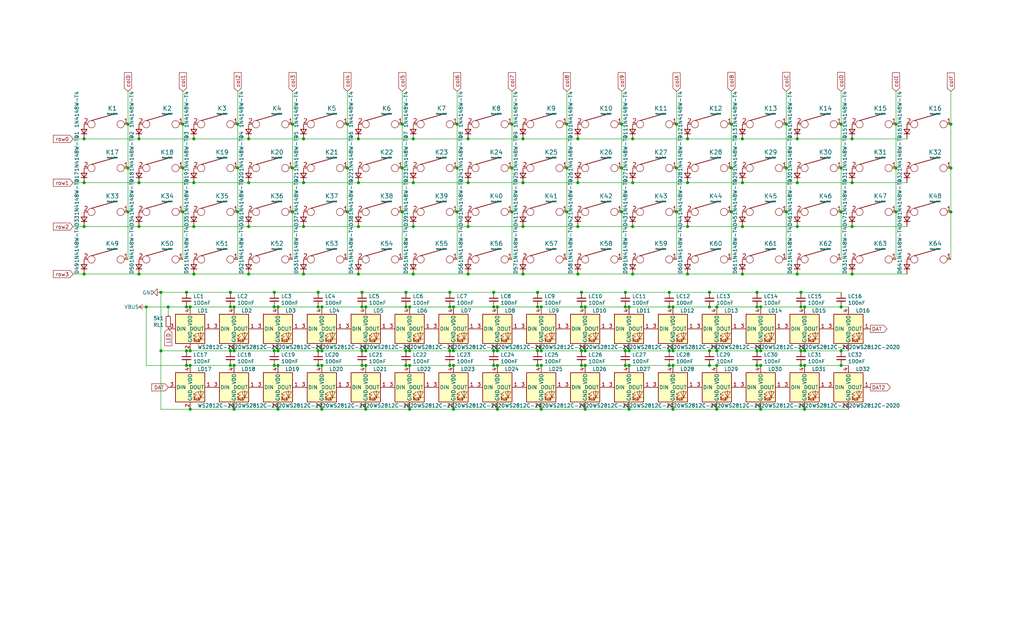
<source format=kicad_sch>
(kicad_sch (version 20211123) (generator eeschema)
  (paper "USLegal")
  (junction (at 124.46 95.25))
  (junction (at 186.69 121.92))
  (junction (at 120.65 73.66))
  (junction (at 143.51 78.74))
  (junction (at 196.85 73.66))
  (junction (at 143.51 95.25))
  (junction (at 158.75 43.18))
  (junction (at 156.21 106.68))
  (junction (at 200.66 78.74))
  (junction (at 248.92 142.24))
  (junction (at 29.21 78.74))
  (junction (at 186.69 106.68))
  (junction (at 292.1 73.66))
  (junction (at 44.45 73.66))
  (junction (at 276.86 48.26))
  (junction (at 125.73 101.6))
  (junction (at 181.61 95.25))
  (junction (at 80.01 101.6))
  (junction (at 219.71 78.74))
  (junction (at 279.4 127))
  (junction (at 218.44 142.24))
  (junction (at 177.8 43.18))
  (junction (at 273.05 43.18))
  (junction (at 200.66 48.26))
  (junction (at 233.68 127))
  (junction (at 292.1 121.92))
  (junction (at 264.16 127))
  (junction (at 66.04 106.68))
  (junction (at 201.93 121.92))
  (junction (at 105.41 63.5))
  (junction (at 273.05 58.42))
  (junction (at 217.17 127))
  (junction (at 48.26 78.74))
  (junction (at 157.48 106.68))
  (junction (at 101.6 58.42))
  (junction (at 55.88 121.92))
  (junction (at 264.16 106.68))
  (junction (at 156.21 101.6))
  (junction (at 105.41 95.25))
  (junction (at 187.96 121.92))
  (junction (at 139.7 43.18))
  (junction (at 311.15 58.42))
  (junction (at 29.21 95.25))
  (junction (at 279.4 106.68))
  (junction (at 81.28 106.68))
  (junction (at 232.41 121.92))
  (junction (at 278.13 121.92))
  (junction (at 295.91 63.5))
  (junction (at 292.1 43.18))
  (junction (at 48.26 95.25))
  (junction (at 262.89 127))
  (junction (at 234.95 73.66))
  (junction (at 181.61 78.74))
  (junction (at 162.56 78.74))
  (junction (at 254 58.42))
  (junction (at 187.96 127))
  (junction (at 200.66 63.5))
  (junction (at 86.36 95.25))
  (junction (at 196.85 43.18))
  (junction (at 203.2 127))
  (junction (at 140.97 121.92))
  (junction (at 276.86 63.5))
  (junction (at 55.88 101.6))
  (junction (at 262.89 106.68))
  (junction (at 218.44 127))
  (junction (at 200.66 95.25))
  (junction (at 246.38 106.68))
  (junction (at 201.93 106.68))
  (junction (at 157.48 121.92))
  (junction (at 233.68 121.92))
  (junction (at 140.97 106.68))
  (junction (at 215.9 58.42))
  (junction (at 67.31 48.26))
  (junction (at 48.26 48.26))
  (junction (at 246.38 121.92))
  (junction (at 120.65 58.42))
  (junction (at 82.55 58.42))
  (junction (at 257.81 63.5))
  (junction (at 187.96 142.24))
  (junction (at 238.76 78.74))
  (junction (at 219.71 48.26))
  (junction (at 232.41 106.68))
  (junction (at 278.13 106.68))
  (junction (at 63.5 58.42))
  (junction (at 201.93 127))
  (junction (at 172.72 106.68))
  (junction (at 232.41 127))
  (junction (at 172.72 127))
  (junction (at 156.21 127))
  (junction (at 218.44 106.68))
  (junction (at 171.45 127))
  (junction (at 203.2 106.68))
  (junction (at 58.42 106.68))
  (junction (at 248.92 121.92))
  (junction (at 64.77 121.92))
  (junction (at 64.77 106.68))
  (junction (at 140.97 127))
  (junction (at 203.2 142.24))
  (junction (at 111.76 142.24))
  (junction (at 162.56 63.5))
  (junction (at 278.13 101.6))
  (junction (at 48.26 63.5))
  (junction (at 158.75 58.42))
  (junction (at 278.13 127))
  (junction (at 292.1 58.42))
  (junction (at 171.45 101.6))
  (junction (at 295.91 95.25))
  (junction (at 264.16 142.24))
  (junction (at 279.4 121.92))
  (junction (at 142.24 142.24))
  (junction (at 248.92 106.68))
  (junction (at 50.8 106.68))
  (junction (at 254 73.66))
  (junction (at 96.52 127))
  (junction (at 311.15 43.18))
  (junction (at 217.17 106.68))
  (junction (at 29.21 63.5))
  (junction (at 95.25 101.6))
  (junction (at 80.01 106.68))
  (junction (at 44.45 58.42))
  (junction (at 63.5 73.66))
  (junction (at 105.41 78.74))
  (junction (at 125.73 127))
  (junction (at 186.69 127))
  (junction (at 217.17 101.6))
  (junction (at 66.04 121.92))
  (junction (at 177.8 73.66))
  (junction (at 142.24 121.92))
  (junction (at 171.45 106.68))
  (junction (at 86.36 48.26))
  (junction (at 143.51 63.5))
  (junction (at 86.36 63.5))
  (junction (at 254 43.18))
  (junction (at 96.52 106.68))
  (junction (at 233.68 142.24))
  (junction (at 215.9 43.18))
  (junction (at 66.04 142.24))
  (junction (at 292.1 127))
  (junction (at 86.36 78.74))
  (junction (at 273.05 73.66))
  (junction (at 196.85 58.42))
  (junction (at 96.52 142.24))
  (junction (at 234.95 43.18))
  (junction (at 127 121.92))
  (junction (at 264.16 121.92))
  (junction (at 95.25 121.92))
  (junction (at 140.97 101.6))
  (junction (at 125.73 106.68))
  (junction (at 63.5 43.18))
  (junction (at 110.49 101.6))
  (junction (at 139.7 58.42))
  (junction (at 217.17 121.92))
  (junction (at 101.6 73.66))
  (junction (at 201.93 101.6))
  (junction (at 143.51 48.26))
  (junction (at 156.21 121.92))
  (junction (at 172.72 121.92))
  (junction (at 67.31 63.5))
  (junction (at 162.56 95.25))
  (junction (at 295.91 78.74))
  (junction (at 203.2 121.92))
  (junction (at 246.38 127))
  (junction (at 257.81 78.74))
  (junction (at 64.77 127))
  (junction (at 248.92 127))
  (junction (at 162.56 48.26))
  (junction (at 158.75 73.66))
  (junction (at 110.49 121.92))
  (junction (at 238.76 63.5))
  (junction (at 262.89 121.92))
  (junction (at 82.55 73.66))
  (junction (at 101.6 43.18))
  (junction (at 262.89 101.6))
  (junction (at 80.01 121.92))
  (junction (at 181.61 48.26))
  (junction (at 125.73 121.92))
  (junction (at 172.72 142.24))
  (junction (at 311.15 73.66))
  (junction (at 124.46 78.74))
  (junction (at 120.65 43.18))
  (junction (at 219.71 63.5))
  (junction (at 215.9 73.66))
  (junction (at 177.8 58.42))
  (junction (at 187.96 106.68))
  (junction (at 171.45 121.92))
  (junction (at 127 142.24))
  (junction (at 66.04 127))
  (junction (at 330.2 43.18))
  (junction (at 81.28 127))
  (junction (at 257.81 95.25))
  (junction (at 64.77 101.6))
  (junction (at 181.61 63.5))
  (junction (at 246.38 101.6))
  (junction (at 67.31 78.74))
  (junction (at 110.49 106.68))
  (junction (at 124.46 48.26))
  (junction (at 139.7 73.66))
  (junction (at 292.1 106.68))
  (junction (at 238.76 95.25))
  (junction (at 29.21 48.26))
  (junction (at 276.86 95.25))
  (junction (at 234.95 58.42))
  (junction (at 232.41 101.6))
  (junction (at 257.81 48.26))
  (junction (at 295.91 48.26))
  (junction (at 81.28 121.92))
  (junction (at 111.76 121.92))
  (junction (at 330.2 58.42))
  (junction (at 157.48 127))
  (junction (at 233.68 106.68))
  (junction (at 95.25 106.68))
  (junction (at 81.28 142.24))
  (junction (at 96.52 121.92))
  (junction (at 276.86 78.74))
  (junction (at 279.4 142.24))
  (junction (at 142.24 106.68))
  (junction (at 44.45 43.18))
  (junction (at 218.44 121.92))
  (junction (at 186.69 101.6))
  (junction (at 238.76 48.26))
  (junction (at 95.25 127))
  (junction (at 110.49 127))
  (junction (at 111.76 127))
  (junction (at 142.24 127))
  (junction (at 105.41 48.26))
  (junction (at 67.31 95.25))
  (junction (at 219.71 95.25))
  (junction (at 124.46 63.5))
  (junction (at 82.55 43.18))
  (junction (at 111.76 106.68))
  (junction (at 80.01 127))
  (junction (at 127 106.68))
  (junction (at 127 127))
  (junction (at 330.2 73.66))
  (junction (at 157.48 142.24))
  (wire (pts (xy 292.1 73.66) (xy 292.1 90.17)))
  (wire (pts (xy 257.81 95.25) (xy 238.76 95.25)))
  (wire (pts (xy 264.16 142.24) (xy 279.4 142.24)))
  (wire (pts (xy 111.76 127) (xy 125.73 127)))
  (wire (pts (xy 157.48 142.24) (xy 172.72 142.24)))
  (wire (pts (xy 125.73 127) (xy 127 127)))
  (wire (pts (xy 44.45 73.66) (xy 44.45 90.17)))
  (wire (pts (xy 234.95 73.66) (xy 234.95 90.17)))
  (wire (pts (xy 219.71 78.74) (xy 238.76 78.74)))
  (wire (pts (xy 311.15 31.75) (xy 311.15 43.18)))
  (wire (pts (xy 80.01 101.6) (xy 95.25 101.6)))
  (wire (pts (xy 156.21 127) (xy 157.48 127)))
  (wire (pts (xy 279.4 106.68) (xy 292.1 106.68)))
  (wire (pts (xy 262.89 106.68) (xy 264.16 106.68)))
  (wire (pts (xy 95.25 101.6) (xy 110.49 101.6)))
  (wire (pts (xy 248.92 127) (xy 262.89 127)))
  (wire (pts (xy 156.21 106.68) (xy 157.48 106.68)))
  (wire (pts (xy 66.04 121.92) (xy 80.01 121.92)))
  (wire (pts (xy 139.7 58.42) (xy 139.7 73.66)))
  (wire (pts (xy 110.49 127) (xy 111.76 127)))
  (wire (pts (xy 273.05 58.42) (xy 273.05 43.18)))
  (wire (pts (xy 66.04 106.68) (xy 80.01 106.68)))
  (wire (pts (xy 254 73.66) (xy 254 90.17)))
  (wire (pts (xy 292.1 121.92) (xy 294.64 121.92)))
  (wire (pts (xy 125.73 101.6) (xy 140.97 101.6)))
  (wire (pts (xy 48.26 78.74) (xy 67.31 78.74)))
  (wire (pts (xy 96.52 106.68) (xy 110.49 106.68)))
  (wire (pts (xy 157.48 121.92) (xy 171.45 121.92)))
  (wire (pts (xy 219.71 63.5) (xy 200.66 63.5)))
  (wire (pts (xy 171.45 106.68) (xy 172.72 106.68)))
  (wire (pts (xy 171.45 127) (xy 172.72 127)))
  (wire (pts (xy 101.6 43.18) (xy 101.6 31.75)))
  (wire (pts (xy 233.68 106.68) (xy 246.38 106.68)))
  (wire (pts (xy 262.89 127) (xy 264.16 127)))
  (wire (pts (xy 181.61 78.74) (xy 200.66 78.74)))
  (wire (pts (xy 218.44 121.92) (xy 232.41 121.92)))
  (wire (pts (xy 124.46 63.5) (xy 105.41 63.5)))
  (wire (pts (xy 50.8 106.68) (xy 50.8 127)))
  (wire (pts (xy 101.6 43.18) (xy 101.6 58.42)))
  (wire (pts (xy 246.38 101.6) (xy 262.89 101.6)))
  (wire (pts (xy 63.5 58.42) (xy 63.5 73.66)))
  (wire (pts (xy 171.45 121.92) (xy 172.72 121.92)))
  (wire (pts (xy 177.8 58.42) (xy 177.8 73.66)))
  (wire (pts (xy 127 127) (xy 140.97 127)))
  (wire (pts (xy 127 106.68) (xy 140.97 106.68)))
  (wire (pts (xy 124.46 78.74) (xy 143.51 78.74)))
  (wire (pts (xy 276.86 63.5) (xy 257.81 63.5)))
  (wire (pts (xy 187.96 106.68) (xy 201.93 106.68)))
  (wire (pts (xy 48.26 95.25) (xy 29.21 95.25)))
  (wire (pts (xy 55.88 142.24) (xy 66.04 142.24)))
  (wire (pts (xy 264.16 106.68) (xy 278.13 106.68)))
  (wire (pts (xy 80.01 127) (xy 81.28 127)))
  (wire (pts (xy 238.76 48.26) (xy 257.81 48.26)))
  (wire (pts (xy 81.28 142.24) (xy 96.52 142.24)))
  (wire (pts (xy 177.8 43.18) (xy 177.8 31.75)))
  (wire (pts (xy 273.05 90.17) (xy 273.05 73.66)))
  (wire (pts (xy 203.2 127) (xy 217.17 127)))
  (wire (pts (xy 120.65 31.75) (xy 120.65 43.18)))
  (wire (pts (xy 262.89 121.92) (xy 264.16 121.92)))
  (wire (pts (xy 217.17 106.68) (xy 218.44 106.68)))
  (wire (pts (xy 105.41 63.5) (xy 86.36 63.5)))
  (wire (pts (xy 292.1 127) (xy 294.64 127)))
  (wire (pts (xy 101.6 73.66) (xy 101.6 90.17)))
  (wire (pts (xy 48.26 63.5) (xy 29.21 63.5)))
  (wire (pts (xy 172.72 142.24) (xy 187.96 142.24)))
  (wire (pts (xy 48.26 48.26) (xy 67.31 48.26)))
  (wire (pts (xy 140.97 121.92) (xy 142.24 121.92)))
  (wire (pts (xy 58.42 106.68) (xy 64.77 106.68)))
  (wire (pts (xy 218.44 127) (xy 232.41 127)))
  (wire (pts (xy 86.36 48.26) (xy 105.41 48.26)))
  (wire (pts (xy 186.69 127) (xy 187.96 127)))
  (wire (pts (xy 140.97 101.6) (xy 156.21 101.6)))
  (wire (pts (xy 96.52 142.24) (xy 111.76 142.24)))
  (wire (pts (xy 50.8 127) (xy 64.77 127)))
  (wire (pts (xy 314.96 63.5) (xy 295.91 63.5)))
  (wire (pts (xy 64.77 127) (xy 66.04 127)))
  (wire (pts (xy 246.38 127) (xy 248.92 127)))
  (wire (pts (xy 254 58.42) (xy 254 73.66)))
  (wire (pts (xy 67.31 95.25) (xy 48.26 95.25)))
  (wire (pts (xy 203.2 106.68) (xy 217.17 106.68)))
  (wire (pts (xy 201.93 121.92) (xy 203.2 121.92)))
  (wire (pts (xy 162.56 95.25) (xy 143.51 95.25)))
  (wire (pts (xy 81.28 127) (xy 95.25 127)))
  (wire (pts (xy 120.65 43.18) (xy 120.65 58.42)))
  (wire (pts (xy 80.01 106.68) (xy 81.28 106.68)))
  (wire (pts (xy 67.31 48.26) (xy 86.36 48.26)))
  (wire (pts (xy 142.24 142.24) (xy 157.48 142.24)))
  (wire (pts (xy 181.61 48.26) (xy 200.66 48.26)))
  (wire (pts (xy 295.91 63.5) (xy 276.86 63.5)))
  (wire (pts (xy 63.5 73.66) (xy 63.5 90.17)))
  (wire (pts (xy 292.1 58.42) (xy 292.1 73.66)))
  (wire (pts (xy 217.17 127) (xy 218.44 127)))
  (wire (pts (xy 232.41 121.92) (xy 233.68 121.92)))
  (wire (pts (xy 295.91 95.25) (xy 276.86 95.25)))
  (wire (pts (xy 162.56 63.5) (xy 143.51 63.5)))
  (wire (pts (xy 196.85 31.75) (xy 196.85 43.18)))
  (wire (pts (xy 95.25 121.92) (xy 96.52 121.92)))
  (wire (pts (xy 86.36 95.25) (xy 67.31 95.25)))
  (wire (pts (xy 29.21 78.74) (xy 48.26 78.74)))
  (wire (pts (xy 200.66 95.25) (xy 181.61 95.25)))
  (wire (pts (xy 110.49 121.92) (xy 111.76 121.92)))
  (wire (pts (xy 314.96 95.25) (xy 295.91 95.25)))
  (wire (pts (xy 177.8 73.66) (xy 177.8 90.17)))
  (wire (pts (xy 81.28 106.68) (xy 95.25 106.68)))
  (wire (pts (xy 186.69 106.68) (xy 187.96 106.68)))
  (wire (pts (xy 162.56 48.26) (xy 181.61 48.26)))
  (wire (pts (xy 330.2 73.66) (xy 330.2 90.17)))
  (wire (pts (xy 200.66 78.74) (xy 219.71 78.74)))
  (wire (pts (xy 64.77 106.68) (xy 66.04 106.68)))
  (wire (pts (xy 279.4 121.92) (xy 292.1 121.92)))
  (wire (pts (xy 143.51 95.25) (xy 124.46 95.25)))
  (wire (pts (xy 120.65 73.66) (xy 120.65 90.17)))
  (wire (pts (xy 55.88 101.6) (xy 55.88 121.92)))
  (wire (pts (xy 246.38 106.68) (xy 248.92 106.68)))
  (wire (pts (xy 248.92 121.92) (xy 262.89 121.92)))
  (wire (pts (xy 25.4 63.5) (xy 29.21 63.5)))
  (wire (pts (xy 276.86 95.25) (xy 257.81 95.25)))
  (wire (pts (xy 50.8 106.68) (xy 58.42 106.68)))
  (wire (pts (xy 157.48 127) (xy 171.45 127)))
  (wire (pts (xy 232.41 101.6) (xy 246.38 101.6)))
  (wire (pts (xy 55.88 121.92) (xy 55.88 142.24)))
  (wire (pts (xy 217.17 101.6) (xy 232.41 101.6)))
  (wire (pts (xy 111.76 142.24) (xy 127 142.24)))
  (wire (pts (xy 111.76 106.68) (xy 125.73 106.68)))
  (wire (pts (xy 127 121.92) (xy 140.97 121.92)))
  (wire (pts (xy 110.49 106.68) (xy 111.76 106.68)))
  (wire (pts (xy 295.91 78.74) (xy 314.96 78.74)))
  (wire (pts (xy 142.24 121.92) (xy 156.21 121.92)))
  (wire (pts (xy 187.96 127) (xy 201.93 127)))
  (wire (pts (xy 25.4 48.26) (xy 29.21 48.26)))
  (wire (pts (xy 279.4 127) (xy 278.13 127)))
  (wire (pts (xy 157.48 106.68) (xy 171.45 106.68)))
  (wire (pts (xy 63.5 43.18) (xy 63.5 58.42)))
  (wire (pts (xy 279.4 142.24) (xy 294.64 142.24)))
  (wire (pts (xy 111.76 121.92) (xy 125.73 121.92)))
  (wire (pts (xy 58.42 109.22) (xy 58.42 106.68)))
  (wire (pts (xy 257.81 63.5) (xy 238.76 63.5)))
  (wire (pts (xy 66.04 127) (xy 80.01 127)))
  (wire (pts (xy 55.88 101.6) (xy 64.77 101.6)))
  (wire (pts (xy 201.93 127) (xy 203.2 127)))
  (wire (pts (xy 125.73 121.92) (xy 127 121.92)))
  (wire (pts (xy 29.21 48.26) (xy 48.26 48.26)))
  (wire (pts (xy 110.49 101.6) (xy 125.73 101.6)))
  (wire (pts (xy 233.68 121.92) (xy 246.38 121.92)))
  (wire (pts (xy 278.13 121.92) (xy 279.4 121.92)))
  (wire (pts (xy 124.46 48.26) (xy 143.51 48.26)))
  (wire (pts (xy 248.92 142.24) (xy 264.16 142.24)))
  (wire (pts (xy 187.96 121.92) (xy 201.93 121.92)))
  (wire (pts (xy 292.1 43.18) (xy 292.1 58.42)))
  (wire (pts (xy 177.8 43.18) (xy 177.8 58.42)))
  (wire (pts (xy 295.91 48.26) (xy 314.96 48.26)))
  (wire (pts (xy 55.88 121.92) (xy 64.77 121.92)))
  (wire (pts (xy 142.24 106.68) (xy 156.21 106.68)))
  (wire (pts (xy 238.76 78.74) (xy 257.81 78.74)))
  (wire (pts (xy 186.69 101.6) (xy 201.93 101.6)))
  (wire (pts (xy 124.46 95.25) (xy 105.41 95.25)))
  (wire (pts (xy 156.21 101.6) (xy 171.45 101.6)))
  (wire (pts (xy 95.25 106.68) (xy 96.52 106.68)))
  (wire (pts (xy 158.75 43.18) (xy 158.75 58.42)))
  (wire (pts (xy 233.68 142.24) (xy 248.92 142.24)))
  (wire (pts (xy 80.01 121.92) (xy 81.28 121.92)))
  (wire (pts (xy 158.75 58.42) (xy 158.75 73.66)))
  (wire (pts (xy 67.31 78.74) (xy 86.36 78.74)))
  (wire (pts (xy 139.7 73.66) (xy 139.7 90.17)))
  (wire (pts (xy 127 142.24) (xy 142.24 142.24)))
  (wire (pts (xy 311.15 43.18) (xy 311.15 58.42)))
  (wire (pts (xy 234.95 58.42) (xy 234.95 73.66)))
  (wire (pts (xy 82.55 58.42) (xy 82.55 73.66)))
  (wire (pts (xy 278.13 101.6) (xy 292.1 101.6)))
  (wire (pts (xy 200.66 48.26) (xy 219.71 48.26)))
  (wire (pts (xy 64.77 101.6) (xy 80.01 101.6)))
  (wire (pts (xy 215.9 43.18) (xy 215.9 58.42)))
  (wire (pts (xy 219.71 95.25) (xy 200.66 95.25)))
  (wire (pts (xy 279.4 127) (xy 292.1 127)))
  (wire (pts (xy 203.2 142.24) (xy 218.44 142.24)))
  (wire (pts (xy 140.97 106.68) (xy 142.24 106.68)))
  (wire (pts (xy 86.36 78.74) (xy 105.41 78.74)))
  (wire (pts (xy 66.04 142.24) (xy 81.28 142.24)))
  (wire (pts (xy 63.5 31.75) (xy 63.5 43.18)))
  (wire (pts (xy 25.4 95.25) (xy 29.21 95.25)))
  (wire (pts (xy 233.68 127) (xy 232.41 127)))
  (wire (pts (xy 44.45 58.42) (xy 44.45 73.66)))
  (wire (pts (xy 330.2 43.18) (xy 330.2 31.75)))
  (wire (pts (xy 233.68 127) (xy 246.38 127)))
  (wire (pts (xy 86.36 63.5) (xy 67.31 63.5)))
  (wire (pts (xy 162.56 78.74) (xy 181.61 78.74)))
  (wire (pts (xy 172.72 106.68) (xy 186.69 106.68)))
  (wire (pts (xy 233.68 106.68) (xy 232.41 106.68)))
  (wire (pts (xy 264.16 121.92) (xy 278.13 121.92)))
  (wire (pts (xy 273.05 31.75) (xy 273.05 43.18)))
  (wire (pts (xy 105.41 48.26) (xy 124.46 48.26)))
  (wire (pts (xy 171.45 101.6) (xy 186.69 101.6)))
  (wire (pts (xy 292.1 106.68) (xy 294.64 106.68)))
  (wire (pts (xy 218.44 106.68) (xy 232.41 106.68)))
  (wire (pts (xy 101.6 58.42) (xy 101.6 73.66)))
  (wire (pts (xy 279.4 106.68) (xy 278.13 106.68)))
  (wire (pts (xy 158.75 73.66) (xy 158.75 90.17)))
  (wire (pts (xy 139.7 43.18) (xy 139.7 31.75)))
  (wire (pts (xy 95.25 127) (xy 96.52 127)))
  (wire (pts (xy 44.45 43.18) (xy 44.45 31.75)))
  (wire (pts (xy 44.45 43.18) (xy 44.45 58.42)))
  (wire (pts (xy 64.77 121.92) (xy 66.04 121.92)))
  (wire (pts (xy 311.15 73.66) (xy 311.15 90.17)))
  (wire (pts (xy 81.28 121.92) (xy 95.25 121.92)))
  (wire (pts (xy 254 43.18) (xy 254 31.75)))
  (wire (pts (xy 187.96 142.24) (xy 203.2 142.24)))
  (wire (pts (xy 96.52 127) (xy 110.49 127)))
  (wire (pts (xy 200.66 63.5) (xy 181.61 63.5)))
  (wire (pts (xy 330.2 58.42) (xy 330.2 73.66)))
  (wire (pts (xy 172.72 127) (xy 186.69 127)))
  (wire (pts (xy 203.2 121.92) (xy 217.17 121.92)))
  (wire (pts (xy 217.17 121.92) (xy 218.44 121.92)))
  (wire (pts (xy 143.51 63.5) (xy 124.46 63.5)))
  (wire (pts (xy 125.73 106.68) (xy 127 106.68)))
  (wire (pts (xy 311.15 58.42) (xy 311.15 73.66)))
  (wire (pts (xy 143.51 48.26) (xy 162.56 48.26)))
  (wire (pts (xy 262.89 101.6) (xy 278.13 101.6)))
  (wire (pts (xy 276.86 48.26) (xy 295.91 48.26)))
  (wire (pts (xy 25.4 78.74) (xy 29.21 78.74)))
  (wire (pts (xy 219.71 48.26) (xy 238.76 48.26)))
  (wire (pts (xy 96.52 121.92) (xy 110.49 121.92)))
  (wire (pts (xy 82.55 31.75) (xy 82.55 43.18)))
  (wire (pts (xy 82.55 73.66) (xy 82.55 90.17)))
  (wire (pts (xy 330.2 43.18) (xy 330.2 58.42)))
  (wire (pts (xy 215.9 58.42) (xy 215.9 73.66)))
  (wire (pts (xy 158.75 31.75) (xy 158.75 43.18)))
  (wire (pts (xy 218.44 142.24) (xy 233.68 142.24)))
  (wire (pts (xy 143.51 78.74) (xy 162.56 78.74)))
  (wire (pts (xy 181.61 95.25) (xy 162.56 95.25)))
  (wire (pts (xy 82.55 43.18) (xy 82.55 58.42)))
  (wire (pts (xy 215.9 43.18) (xy 215.9 31.75)))
  (wire (pts (xy 67.31 63.5) (xy 48.26 63.5)))
  (wire (pts (xy 292.1 43.18) (xy 292.1 31.75)))
  (wire (pts (xy 140.97 127) (xy 142.24 127)))
  (wire (pts (xy 276.86 78.74) (xy 295.91 78.74)))
  (wire (pts (xy 264.16 127) (xy 278.13 127)))
  (wire (pts (xy 181.61 63.5) (xy 162.56 63.5)))
  (wire (pts (xy 234.95 31.75) (xy 234.95 43.18)))
  (wire (pts (xy 248.92 106.68) (xy 262.89 106.68)))
  (wire (pts (xy 196.85 58.42) (xy 196.85 73.66)))
  (wire (pts (xy 238.76 63.5) (xy 219.71 63.5)))
  (wire (pts (xy 156.21 121.92) (xy 157.48 121.92)))
  (wire (pts (xy 186.69 121.92) (xy 187.96 121.92)))
  (wire (pts (xy 234.95 43.18) (xy 234.95 58.42)))
  (wire (pts (xy 139.7 43.18) (xy 139.7 58.42)))
  (wire (pts (xy 238.76 95.25) (xy 219.71 95.25)))
  (wire (pts (xy 105.41 95.25) (xy 86.36 95.25)))
  (wire (pts (xy 196.85 43.18) (xy 196.85 58.42)))
  (wire (pts (xy 257.81 78.74) (xy 276.86 78.74)))
  (wire (pts (xy 172.72 121.92) (xy 186.69 121.92)))
  (wire (pts (xy 142.24 127) (xy 156.21 127)))
  (wire (pts (xy 246.38 121.92) (xy 248.92 121.92)))
  (wire (pts (xy 201.93 106.68) (xy 203.2 106.68)))
  (wire (pts (xy 120.65 58.42) (xy 120.65 73.66)))
  (wire (pts (xy 257.81 48.26) (xy 276.86 48.26)))
  (wire (pts (xy 254 43.18) (xy 254 58.42)))
  (wire (pts (xy 215.9 73.66) (xy 215.9 90.17)))
  (wire (pts (xy 273.05 73.66) (xy 273.05 58.42)))
  (wire (pts (xy 201.93 101.6) (xy 217.17 101.6)))
  (wire (pts (xy 105.41 78.74) (xy 124.46 78.74)))
  (wire (pts (xy 196.85 73.66) (xy 196.85 90.17)))
  (global_label "colF" (shape input) (at 330.2 31.75 90) (property "Intersheet References" "${INTERSHEET_REFS}" (effects hide)))
  (global_label "colC" (shape input) (at 273.05 31.75 90) (property "Intersheet References" "${INTERSHEET_REFS}" (effects hide)))
  (global_label "colA" (shape input) (at 234.95 31.75 90) (property "Intersheet References" "${INTERSHEET_REFS}" (effects hide)))
  (global_label "colE" (shape input) (at 311.15 31.75 90) (property "Intersheet References" "${INTERSHEET_REFS}" (effects hide)))
  (global_label "col4" (shape input) (at 120.65 31.75 90) (property "Intersheet References" "${INTERSHEET_REFS}" (effects hide)))
  (global_label "DAT2" (shape output) (at 302.26 134.62 0) (property "Intersheet References" "${INTERSHEET_REFS}" (effects hide)))
  (global_label "row1" (shape input) (at 25.4 63.5 180) (property "Intersheet References" "${INTERSHEET_REFS}" (effects hide)))
  (global_label "DAT" (shape output) (at 302.26 114.3 0) (property "Intersheet References" "${INTERSHEET_REFS}" (effects hide)))
  (global_label "colB" (shape input) (at 254 31.75 90) (property "Intersheet References" "${INTERSHEET_REFS}" (effects hide)))
  (global_label "row3" (shape input) (at 25.4 95.25 180) (property "Intersheet References" "${INTERSHEET_REFS}" (effects hide)))
  (global_label "DAT" (shape input) (at 58.42 134.62 180) (property "Intersheet References" "${INTERSHEET_REFS}" (effects hide)))
  (global_label "col1" (shape input) (at 63.5 31.75 90) (property "Intersheet References" "${INTERSHEET_REFS}" (effects hide)))
  (global_label "row2" (shape input) (at 25.4 78.74 180) (property "Intersheet References" "${INTERSHEET_REFS}" (effects hide)))
  (global_label "col2" (shape input) (at 82.55 31.75 90) (property "Intersheet References" "${INTERSHEET_REFS}" (effects hide)))
  (global_label "col7" (shape input) (at 177.8 31.75 90) (property "Intersheet References" "${INTERSHEET_REFS}" (effects hide)))
  (global_label "LED" (shape input) (at 58.42 114.3 270) (property "Intersheet References" "${INTERSHEET_REFS}" (effects hide)))
  (global_label "col8" (shape input) (at 196.85 31.75 90) (property "Intersheet References" "${INTERSHEET_REFS}" (effects hide)))
  (global_label "col9" (shape input) (at 215.9 31.75 90) (property "Intersheet References" "${INTERSHEET_REFS}" (effects hide)))
  (global_label "col3" (shape input) (at 101.6 31.75 90) (property "Intersheet References" "${INTERSHEET_REFS}" (effects hide)))
  (global_label "col5" (shape input) (at 139.7 31.75 90) (property "Intersheet References" "${INTERSHEET_REFS}" (effects hide)))
  (global_label "row0" (shape input) (at 25.4 48.26 180) (property "Intersheet References" "${INTERSHEET_REFS}" (effects hide)))
  (global_label "col0" (shape input) (at 44.45 31.75 90) (property "Intersheet References" "${INTERSHEET_REFS}" (effects hide)))
  (global_label "colD" (shape input) (at 292.1 31.75 90) (property "Intersheet References" "${INTERSHEET_REFS}" (effects hide)))
  (global_label "col6" (shape input) (at 158.75 31.75 90) (property "Intersheet References" "${INTERSHEET_REFS}" (effects hide)))
  (symbol (lib_id "HL-Mk3-rescue:WS2812C-EDI-Audio-HL-Mk2-rescue") (at 248.92 134.62 0) (unit 1)
    (property "Reference" "LD29" (at 251.46 128.27 0) (effects (justify left)))
    (property "Value" "WS2812C-2020" (at 251.46 140.97 0) (effects (justify left)))
    (property "Footprint" "EDI:WS2812B_2020" (effects hide))
    (property "Datasheet" "https://cdn-shop.adafruit.com/datasheets/WS2812B.pdf" (effects hide))
    (property "LCSC" "C965556" (effects hide))
  )
  (symbol (lib_id "Device:C_Small") (at 140.97 124.46 0) (unit 1)
    (property "Reference" "LC22" (at 143.3068 123.2916 0) (effects (justify left)))
    (property "Value" "100nF" (at 143.3068 125.603 0) (effects (justify left)))
    (property "Footprint" "EDI:Passive_0402_1005Metric" (effects hide))
    (property "LCSC" "C307331" (effects hide))
  )
  (symbol (lib_id "Device:D_Small") (at 238.76 92.71 270) (mirror x) (unit 1)
    (property "Reference" "D60" (at 236.22 95.25 0) (effects (justify left)))
    (property "Value" "1N4148W-T4" (at 236.22 91.44 0) (effects (justify left)))
    (property "Footprint" "EDI:D_SOD-523" (effects hide))
    (property "LCSC" "C68948" (effects hide))
  )
  (symbol (lib_id "Device:C_Small") (at 246.38 124.46 0) (unit 1)
    (property "Reference" "LC29" (at 248.7168 123.2916 0) (effects (justify left)))
    (property "Value" "100nF" (at 248.7168 125.603 0) (effects (justify left)))
    (property "Footprint" "EDI:Passive_0402_1005Metric" (effects hide))
    (property "LCSC" "C307331" (effects hide))
  )
  (symbol (lib_id "HL-Mk2-rescue:KEYSW-keyboard_parts") (at 303.53 43.18 0) (unit 1)
    (property "Reference" "K15" (at 305.7144 37.6682 0) (effects (font (size 1.524 1.524))))
    (property "Value" "Keyswitch" (at 305.7144 39.5478 0) (effects (font (size 0.508 0.508))))
    (property "Footprint" "EDI:MX-Choc" (effects hide))
  )
  (symbol (lib_id "HL-Mk2-rescue:KEYSW-keyboard_parts") (at 93.98 58.42 0) (unit 1)
    (property "Reference" "K20" (at 96.1644 52.9082 0) (effects (font (size 1.524 1.524))))
    (property "Value" "Keyswitch" (at 96.1644 54.7878 0) (effects (font (size 0.508 0.508))))
    (property "Footprint" "EDI:MX-Choc" (effects hide))
  )
  (symbol (lib_id "Device:D_Small") (at 29.21 60.96 270) (mirror x) (unit 1)
    (property "Reference" "D17" (at 26.67 63.5 0) (effects (justify left)))
    (property "Value" "1N4148W-T4" (at 26.67 59.69 0) (effects (justify left)))
    (property "Footprint" "EDI:D_SOD-523" (effects hide))
    (property "LCSC" "C68948" (effects hide))
  )
  (symbol (lib_id "Device:R_Small") (at 58.42 111.76 180) (unit 1)
    (property "Reference" "RL1" (at 56.9214 112.9284 0) (effects (justify left)))
    (property "Value" "5k1" (at 56.9214 110.617 0) (effects (justify left)))
    (property "Footprint" "EDI:Passive_0402_1005Metric" (effects hide))
    (property "LCSC" "C25905" (effects hide))
  )
  (symbol (lib_id "Device:D_Small") (at 143.51 60.96 270) (mirror x) (unit 1)
    (property "Reference" "D23" (at 140.97 63.5 0) (effects (justify left)))
    (property "Value" "1N4148W-T4" (at 140.97 59.69 0) (effects (justify left)))
    (property "Footprint" "EDI:D_SOD-523" (effects hide))
    (property "LCSC" "C68948" (effects hide))
  )
  (symbol (lib_id "HL-Mk2-rescue:KEYSW-keyboard_parts") (at 74.93 73.66 0) (unit 1)
    (property "Reference" "K35" (at 77.1144 68.1482 0) (effects (font (size 1.524 1.524))))
    (property "Value" "Keyswitch" (at 77.1144 70.0278 0) (effects (font (size 0.508 0.508))))
    (property "Footprint" "EDI:MX-Choc" (effects hide))
  )
  (symbol (lib_id "HL-Mk3-rescue:WS2812C-EDI-Audio-HL-Mk2-rescue") (at 203.2 114.3 0) (unit 1)
    (property "Reference" "LD10" (at 205.74 107.95 0) (effects (justify left)))
    (property "Value" "WS2812C-2020" (at 205.74 120.65 0) (effects (justify left)))
    (property "Footprint" "EDI:WS2812B_2020" (effects hide))
    (property "Datasheet" "https://cdn-shop.adafruit.com/datasheets/WS2812B.pdf" (effects hide))
    (property "LCSC" "C965556" (effects hide))
  )
  (symbol (lib_id "Device:D_Small") (at 238.76 45.72 270) (mirror x) (unit 1)
    (property "Reference" "D12" (at 236.22 48.26 0) (effects (justify left)))
    (property "Value" "1N4148W-T4" (at 236.22 44.45 0) (effects (justify left)))
    (property "Footprint" "EDI:D_SOD-523" (effects hide))
    (property "LCSC" "C68948" (effects hide))
  )
  (symbol (lib_id "HL-Mk3-rescue:WS2812C-EDI-Audio-HL-Mk2-rescue") (at 111.76 134.62 0) (unit 1)
    (property "Reference" "LD20" (at 114.3 128.27 0) (effects (justify left)))
    (property "Value" "WS2812C-2020" (at 114.3 140.97 0) (effects (justify left)))
    (property "Footprint" "EDI:WS2812B_2020" (effects hide))
    (property "Datasheet" "https://cdn-shop.adafruit.com/datasheets/WS2812B.pdf" (effects hide))
    (property "LCSC" "C965556" (effects hide))
  )
  (symbol (lib_id "HL-Mk3-rescue:WS2812C-EDI-Audio-HL-Mk2-rescue") (at 157.48 134.62 0) (unit 1)
    (property "Reference" "LD23" (at 160.02 128.27 0) (effects (justify left)))
    (property "Value" "WS2812C-2020" (at 160.02 140.97 0) (effects (justify left)))
    (property "Footprint" "EDI:WS2812B_2020" (effects hide))
    (property "Datasheet" "https://cdn-shop.adafruit.com/datasheets/WS2812B.pdf" (effects hide))
    (property "LCSC" "C965556" (effects hide))
  )
  (symbol (lib_id "Device:D_Small") (at 86.36 45.72 270) (mirror x) (unit 1)
    (property "Reference" "D4" (at 83.82 48.26 0) (effects (justify left)))
    (property "Value" "1N4148W-T4" (at 83.82 44.45 0) (effects (justify left)))
    (property "Footprint" "EDI:D_SOD-523" (effects hide))
    (property "LCSC" "C68948" (effects hide))
  )
  (symbol (lib_id "HL-Mk2-rescue:KEYSW-keyboard_parts") (at 284.48 73.66 0) (unit 1)
    (property "Reference" "K46" (at 286.6644 68.1482 0) (effects (font (size 1.524 1.524))))
    (property "Value" "Keyswitch" (at 286.6644 70.0278 0) (effects (font (size 0.508 0.508))))
    (property "Footprint" "EDI:MX-Choc" (effects hide))
  )
  (symbol (lib_id "HL-Mk3-rescue:WS2812C-EDI-Audio-HL-Mk2-rescue") (at 294.64 134.62 0) (unit 1)
    (property "Reference" "LD32" (at 297.18 128.27 0) (effects (justify left)))
    (property "Value" "WS2812C-2020" (at 297.18 140.97 0) (effects (justify left)))
    (property "Footprint" "EDI:WS2812B_2020" (effects hide))
    (property "Datasheet" "https://cdn-shop.adafruit.com/datasheets/WS2812B.pdf" (effects hide))
    (property "LCSC" "C965556" (effects hide))
  )
  (symbol (lib_id "Device:D_Small") (at 314.96 76.2 270) (mirror x) (unit 1)
    (property "Reference" "D48" (at 312.42 78.74 0) (effects (justify left)))
    (property "Value" "1N4148W-T4" (at 312.42 74.93 0) (effects (justify left)))
    (property "Footprint" "EDI:D_SOD-523" (effects hide))
    (property "LCSC" "C68948" (effects hide))
  )
  (symbol (lib_id "power:GND") (at 55.88 101.6 270) (unit 1)
    (property "Reference" "#PWR01" (effects hide))
    (property "Value" "GND" (at 51.4858 101.727 90))
  )
  (symbol (lib_id "HL-Mk2-rescue:KEYSW-keyboard_parts") (at 189.23 43.18 0) (unit 1)
    (property "Reference" "K9" (at 191.4144 37.6682 0) (effects (font (size 1.524 1.524))))
    (property "Value" "Keyswitch" (at 191.4144 39.5478 0) (effects (font (size 0.508 0.508))))
    (property "Footprint" "EDI:MX-Choc" (effects hide))
  )
  (symbol (lib_id "Device:D_Small") (at 314.96 60.96 270) (mirror x) (unit 1)
    (property "Reference" "D32" (at 312.42 63.5 0) (effects (justify left)))
    (property "Value" "1N4148W-T4" (at 312.42 59.69 0) (effects (justify left)))
    (property "Footprint" "EDI:D_SOD-523" (effects hide))
    (property "LCSC" "C68948" (effects hide))
  )
  (symbol (lib_id "Device:D_Small") (at 29.21 76.2 270) (mirror x) (unit 1)
    (property "Reference" "D33" (at 26.67 78.74 0) (effects (justify left)))
    (property "Value" "1N4148W-T4" (at 26.67 74.93 0) (effects (justify left)))
    (property "Footprint" "EDI:D_SOD-523" (effects hide))
    (property "LCSC" "C68948" (effects hide))
  )
  (symbol (lib_id "Device:C_Small") (at 80.01 104.14 0) (unit 1)
    (property "Reference" "LC2" (at 82.3468 102.9716 0) (effects (justify left)))
    (property "Value" "100nF" (at 82.3468 105.283 0) (effects (justify left)))
    (property "Footprint" "EDI:Passive_0402_1005Metric" (effects hide))
    (property "LCSC" "C307331" (effects hide))
  )
  (symbol (lib_id "Device:C_Small") (at 186.69 104.14 0) (unit 1)
    (property "Reference" "LC9" (at 189.0268 102.9716 0) (effects (justify left)))
    (property "Value" "100nF" (at 189.0268 105.283 0) (effects (justify left)))
    (property "Footprint" "EDI:Passive_0402_1005Metric" (effects hide))
    (property "LCSC" "C307331" (effects hide))
  )
  (symbol (lib_id "Device:D_Small") (at 29.21 45.72 270) (mirror x) (unit 1)
    (property "Reference" "D1" (at 26.67 48.26 0) (effects (justify left)))
    (property "Value" "1N4148W-T4" (at 26.67 44.45 0) (effects (justify left)))
    (property "Footprint" "EDI:D_SOD-523" (effects hide))
    (property "LCSC" "C68948" (effects hide))
  )
  (symbol (lib_id "Device:D_Small") (at 181.61 92.71 270) (mirror x) (unit 1)
    (property "Reference" "D57" (at 179.07 95.25 0) (effects (justify left)))
    (property "Value" "1N4148W-T4" (at 179.07 91.44 0) (effects (justify left)))
    (property "Footprint" "EDI:D_SOD-523" (effects hide))
    (property "LCSC" "C68948" (effects hide))
  )
  (symbol (lib_id "Device:D_Small") (at 67.31 76.2 270) (mirror x) (unit 1)
    (property "Reference" "D35" (at 64.77 78.74 0) (effects (justify left)))
    (property "Value" "1N4148W-T4" (at 64.77 74.93 0) (effects (justify left)))
    (property "Footprint" "EDI:D_SOD-523" (effects hide))
    (property "LCSC" "C68948" (effects hide))
  )
  (symbol (lib_id "HL-Mk2-rescue:KEYSW-keyboard_parts") (at 74.93 58.42 0) (unit 1)
    (property "Reference" "K19" (at 77.1144 52.9082 0) (effects (font (size 1.524 1.524))))
    (property "Value" "Keyswitch" (at 77.1144 54.7878 0) (effects (font (size 0.508 0.508))))
    (property "Footprint" "EDI:MX-Choc" (effects hide))
  )
  (symbol (lib_id "HL-Mk2-rescue:KEYSW-keyboard_parts") (at 246.38 58.42 0) (unit 1)
    (property "Reference" "K28" (at 248.5644 52.9082 0) (effects (font (size 1.524 1.524))))
    (property "Value" "Keyswitch" (at 248.5644 54.7878 0) (effects (font (size 0.508 0.508))))
    (property "Footprint" "EDI:MX-Choc" (effects hide))
  )
  (symbol (lib_id "HL-Mk2-rescue:KEYSW-keyboard_parts") (at 322.58 58.42 0) (unit 1)
    (property "Reference" "K32" (at 324.7644 52.9082 0) (effects (font (size 1.524 1.524))))
    (property "Value" "Keyswitch" (at 324.7644 54.7878 0) (effects (font (size 0.508 0.508))))
    (property "Footprint" "EDI:MX-Choc" (effects hide))
  )
  (symbol (lib_id "HL-Mk3-rescue:WS2812C-EDI-Audio-HL-Mk2-rescue") (at 233.68 114.3 0) (unit 1)
    (property "Reference" "LD12" (at 236.22 107.95 0) (effects (justify left)))
    (property "Value" "WS2812C-2020" (at 236.22 120.65 0) (effects (justify left)))
    (property "Footprint" "EDI:WS2812B_2020" (effects hide))
    (property "Datasheet" "https://cdn-shop.adafruit.com/datasheets/WS2812B.pdf" (effects hide))
    (property "LCSC" "C965556" (effects hide))
  )
  (symbol (lib_id "Device:C_Small") (at 217.17 124.46 0) (unit 1)
    (property "Reference" "LC27" (at 219.5068 123.2916 0) (effects (justify left)))
    (property "Value" "100nF" (at 219.5068 125.603 0) (effects (justify left)))
    (property "Footprint" "EDI:Passive_0402_1005Metric" (effects hide))
    (property "LCSC" "C307331" (effects hide))
  )
  (symbol (lib_id "Device:D_Small") (at 124.46 60.96 270) (mirror x) (unit 1)
    (property "Reference" "D22" (at 121.92 63.5 0) (effects (justify left)))
    (property "Value" "1N4148W-T4" (at 121.92 59.69 0) (effects (justify left)))
    (property "Footprint" "EDI:D_SOD-523" (effects hide))
    (property "LCSC" "C68948" (effects hide))
  )
  (symbol (lib_id "Device:D_Small") (at 162.56 92.71 270) (mirror x) (unit 1)
    (property "Reference" "D56" (at 160.02 95.25 0) (effects (justify left)))
    (property "Value" "1N4148W-T4" (at 160.02 91.44 0) (effects (justify left)))
    (property "Footprint" "EDI:D_SOD-523" (effects hide))
    (property "LCSC" "C68948" (effects hide))
  )
  (symbol (lib_id "HL-Mk2-rescue:KEYSW-keyboard_parts") (at 36.83 58.42 0) (unit 1)
    (property "Reference" "K17" (at 39.0144 52.9082 0) (effects (font (size 1.524 1.524))))
    (property "Value" "Keyswitch" (at 39.0144 54.7878 0) (effects (font (size 0.508 0.508))))
    (property "Footprint" "EDI:MX-Choc" (effects hide))
  )
  (symbol (lib_id "HL-Mk2-rescue:KEYSW-keyboard_parts") (at 284.48 90.17 0) (unit 1)
    (property "Reference" "K62" (at 286.6644 84.6582 0) (effects (font (size 1.524 1.524))))
    (property "Value" "Keyswitch" (at 286.6644 86.5378 0) (effects (font (size 0.508 0.508))))
    (property "Footprint" "EDI:MX-Choc" (effects hide))
  )
  (symbol (lib_id "Device:D_Small") (at 105.41 45.72 270) (mirror x) (unit 1)
    (property "Reference" "D5" (at 102.87 48.26 0) (effects (justify left)))
    (property "Value" "1N4148W-T4" (at 102.87 44.45 0) (effects (justify left)))
    (property "Footprint" "EDI:D_SOD-523" (effects hide))
    (property "LCSC" "C68948" (effects hide))
  )
  (symbol (lib_id "HL-Mk3-rescue:WS2812C-EDI-Audio-HL-Mk2-rescue") (at 142.24 114.3 0) (unit 1)
    (property "Reference" "LD6" (at 144.78 107.95 0) (effects (justify left)))
    (property "Value" "WS2812C-2020" (at 144.78 120.65 0) (effects (justify left)))
    (property "Footprint" "EDI:WS2812B_2020" (effects hide))
    (property "Datasheet" "https://cdn-shop.adafruit.com/datasheets/WS2812B.pdf" (effects hide))
    (property "LCSC" "C965556" (effects hide))
  )
  (symbol (lib_id "Device:D_Small") (at 86.36 60.96 270) (mirror x) (unit 1)
    (property "Reference" "D20" (at 83.82 63.5 0) (effects (justify left)))
    (property "Value" "1N4148W-T4" (at 83.82 59.69 0) (effects (justify left)))
    (property "Footprint" "EDI:D_SOD-523" (effects hide))
    (property "LCSC" "C68948" (effects hide))
  )
  (symbol (lib_id "Device:D_Small") (at 143.51 76.2 270) (mirror x) (unit 1)
    (property "Reference" "D39" (at 140.97 78.74 0) (effects (justify left)))
    (property "Value" "1N4148W-T4" (at 140.97 74.93 0) (effects (justify left)))
    (property "Footprint" "EDI:D_SOD-523" (effects hide))
    (property "LCSC" "C68948" (effects hide))
  )
  (symbol (lib_id "Device:D_Small") (at 86.36 76.2 270) (mirror x) (unit 1)
    (property "Reference" "D36" (at 83.82 78.74 0) (effects (justify left)))
    (property "Value" "1N4148W-T4" (at 83.82 74.93 0) (effects (justify left)))
    (property "Footprint" "EDI:D_SOD-523" (effects hide))
    (property "LCSC" "C68948" (effects hide))
  )
  (symbol (lib_id "HL-Mk2-rescue:KEYSW-keyboard_parts") (at 74.93 43.18 0) (unit 1)
    (property "Reference" "K3" (at 77.1144 37.6682 0) (effects (font (size 1.524 1.524))))
    (property "Value" "Keyswitch" (at 77.1144 39.5478 0) (effects (font (size 0.508 0.508))))
    (property "Footprint" "EDI:MX-Choc" (effects hide))
  )
  (symbol (lib_id "Device:D_Small") (at 219.71 60.96 270) (mirror x) (unit 1)
    (property "Reference" "D27" (at 217.17 63.5 0) (effects (justify left)))
    (property "Value" "1N4148W-T4" (at 217.17 59.69 0) (effects (justify left)))
    (property "Footprint" "EDI:D_SOD-523" (effects hide))
    (property "LCSC" "C68948" (effects hide))
  )
  (symbol (lib_id "HL-Mk3-rescue:WS2812C-EDI-Audio-HL-Mk2-rescue") (at 111.76 114.3 0) (unit 1)
    (property "Reference" "LD4" (at 114.3 107.95 0) (effects (justify left)))
    (property "Value" "WS2812C-2020" (at 114.3 120.65 0) (effects (justify left)))
    (property "Footprint" "EDI:WS2812B_2020" (effects hide))
    (property "Datasheet" "https://cdn-shop.adafruit.com/datasheets/WS2812B.pdf" (effects hide))
    (property "LCSC" "C965556" (effects hide))
  )
  (symbol (lib_id "HL-Mk2-rescue:KEYSW-keyboard_parts") (at 55.88 73.66 0) (unit 1)
    (property "Reference" "K34" (at 58.0644 68.1482 0) (effects (font (size 1.524 1.524))))
    (property "Value" "Keyswitch" (at 58.0644 70.0278 0) (effects (font (size 0.508 0.508))))
    (property "Footprint" "EDI:MX-Choc" (effects hide))
  )
  (symbol (lib_id "HL-Mk3-rescue:WS2812C-EDI-Audio-HL-Mk2-rescue") (at 66.04 134.62 0) (unit 1)
    (property "Reference" "LD17" (at 68.58 128.27 0) (effects (justify left)))
    (property "Value" "WS2812C-2020" (at 68.58 140.97 0) (effects (justify left)))
    (property "Footprint" "EDI:WS2812B_2020" (effects hide))
    (property "Datasheet" "https://cdn-shop.adafruit.com/datasheets/WS2812B.pdf" (effects hide))
    (property "LCSC" "C965556" (effects hide))
  )
  (symbol (lib_id "HL-Mk2-rescue:KEYSW-keyboard_parts") (at 246.38 43.18 0) (unit 1)
    (property "Reference" "K12" (at 248.5644 37.6682 0) (effects (font (size 1.524 1.524))))
    (property "Value" "Keyswitch" (at 248.5644 39.5478 0) (effects (font (size 0.508 0.508))))
    (property "Footprint" "EDI:MX-Choc" (effects hide))
  )
  (symbol (lib_id "Device:D_Small") (at 295.91 60.96 270) (mirror x) (unit 1)
    (property "Reference" "D31" (at 293.37 63.5 0) (effects (justify left)))
    (property "Value" "1N4148W-T4" (at 293.37 59.69 0) (effects (justify left)))
    (property "Footprint" "EDI:D_SOD-523" (effects hide))
    (property "LCSC" "C68948" (effects hide))
  )
  (symbol (lib_id "Device:D_Small") (at 200.66 45.72 270) (mirror x) (unit 1)
    (property "Reference" "D10" (at 198.12 48.26 0) (effects (justify left)))
    (property "Value" "1N4148W-T4" (at 198.12 44.45 0) (effects (justify left)))
    (property "Footprint" "EDI:D_SOD-523" (effects hide))
    (property "LCSC" "C68948" (effects hide))
  )
  (symbol (lib_id "Device:D_Small") (at 314.96 45.72 270) (mirror x) (unit 1)
    (property "Reference" "D16" (at 312.42 48.26 0) (effects (justify left)))
    (property "Value" "1N4148W-T4" (at 312.42 44.45 0) (effects (justify left)))
    (property "Footprint" "EDI:D_SOD-523" (effects hide))
    (property "LCSC" "C68948" (effects hide))
  )
  (symbol (lib_id "Device:D_Small") (at 295.91 92.71 270) (mirror x) (unit 1)
    (property "Reference" "D63" (at 293.37 95.25 0) (effects (justify left)))
    (property "Value" "1N4148W-T4" (at 293.37 91.44 0) (effects (justify left)))
    (property "Footprint" "EDI:D_SOD-523" (effects hide))
    (property "LCSC" "C68948" (effects hide))
  )
  (symbol (lib_id "Device:D_Small") (at 143.51 45.72 270) (mirror x) (unit 1)
    (property "Reference" "D7" (at 140.97 48.26 0) (effects (justify left)))
    (property "Value" "1N4148W-T4" (at 140.97 44.45 0) (effects (justify left)))
    (property "Footprint" "EDI:D_SOD-523" (effects hide))
    (property "LCSC" "C68948" (effects hide))
  )
  (symbol (lib_id "HL-Mk2-rescue:KEYSW-keyboard_parts") (at 208.28 43.18 0) (unit 1)
    (property "Reference" "K10" (at 210.4644 37.6682 0) (effects (font (size 1.524 1.524))))
    (property "Value" "Keyswitch" (at 210.4644 39.5478 0) (effects (font (size 0.508 0.508))))
    (property "Footprint" "EDI:MX-Choc" (effects hide))
  )
  (symbol (lib_id "Device:C_Small") (at 201.93 104.14 0) (unit 1)
    (property "Reference" "LC10" (at 204.2668 102.9716 0) (effects (justify left)))
    (property "Value" "100nF" (at 204.2668 105.283 0) (effects (justify left)))
    (property "Footprint" "EDI:Passive_0402_1005Metric" (effects hide))
    (property "LCSC" "C307331" (effects hide))
  )
  (symbol (lib_id "Device:D_Small") (at 276.86 76.2 270) (mirror x) (unit 1)
    (property "Reference" "D46" (at 274.32 78.74 0) (effects (justify left)))
    (property "Value" "1N4148W-T4" (at 274.32 74.93 0) (effects (justify left)))
    (property "Footprint" "EDI:D_SOD-523" (effects hide))
    (property "LCSC" "C68948" (effects hide))
  )
  (symbol (lib_id "HL-Mk3-rescue:WS2812C-EDI-Audio-HL-Mk2-rescue") (at 96.52 134.62 0) (unit 1)
    (property "Reference" "LD19" (at 99.06 128.27 0) (effects (justify left)))
    (property "Value" "WS2812C-2020" (at 99.06 140.97 0) (effects (justify left)))
    (property "Footprint" "EDI:WS2812B_2020" (effects hide))
    (property "Datasheet" "https://cdn-shop.adafruit.com/datasheets/WS2812B.pdf" (effects hide))
    (property "LCSC" "C965556" (effects hide))
  )
  (symbol (lib_id "HL-Mk2-rescue:KEYSW-keyboard_parts") (at 55.88 58.42 0) (unit 1)
    (property "Reference" "K18" (at 58.0644 52.9082 0) (effects (font (size 1.524 1.524))))
    (property "Value" "Keyswitch" (at 58.0644 54.7878 0) (effects (font (size 0.508 0.508))))
    (property "Footprint" "EDI:MX-Choc" (effects hide))
  )
  (symbol (lib_id "HL-Mk2-rescue:KEYSW-keyboard_parts") (at 55.88 90.17 0) (unit 1)
    (property "Reference" "K50" (at 58.0644 84.6582 0) (effects (font (size 1.524 1.524))))
    (property "Value" "Keyswitch" (at 58.0644 86.5378 0) (effects (font (size 0.508 0.508))))
    (property "Footprint" "EDI:MX-Choc" (effects hide))
  )
  (symbol (lib_id "HL-Mk2-rescue:KEYSW-keyboard_parts") (at 208.28 58.42 0) (unit 1)
    (property "Reference" "K26" (at 210.4644 52.9082 0) (effects (font (size 1.524 1.524))))
    (property "Value" "Keyswitch" (at 210.4644 54.7878 0) (effects (font (size 0.508 0.508))))
    (property "Footprint" "EDI:MX-Choc" (effects hide))
  )
  (symbol (lib_id "HL-Mk2-rescue:KEYSW-keyboard_parts") (at 227.33 58.42 0) (unit 1)
    (property "Reference" "K27" (at 229.5144 52.9082 0) (effects (font (size 1.524 1.524))))
    (property "Value" "Keyswitch" (at 229.5144 54.7878 0) (effects (font (size 0.508 0.508))))
    (property "Footprint" "EDI:MX-Choc" (effects hide))
  )
  (symbol (lib_id "HL-Mk2-rescue:KEYSW-keyboard_parts") (at 113.03 43.18 0) (unit 1)
    (property "Reference" "K5" (at 115.2144 37.6682 0) (effects (font (size 1.524 1.524))))
    (property "Value" "Keyswitch" (at 115.2144 39.5478 0) (effects (font (size 0.508 0.508))))
    (property "Footprint" "EDI:MX-Choc" (effects hide))
  )
  (symbol (lib_id "HL-Mk2-rescue:KEYSW-keyboard_parts") (at 151.13 43.18 0) (unit 1)
    (property "Reference" "K7" (at 153.3144 37.6682 0) (effects (font (size 1.524 1.524))))
    (property "Value" "Keyswitch" (at 153.3144 39.5478 0) (effects (font (size 0.508 0.508))))
    (property "Footprint" "EDI:MX-Choc" (effects hide))
  )
  (symbol (lib_id "Device:C_Small") (at 201.93 124.46 0) (unit 1)
    (property "Reference" "LC26" (at 204.2668 123.2916 0) (effects (justify left)))
    (property "Value" "100nF" (at 204.2668 125.603 0) (effects (justify left)))
    (property "Footprint" "EDI:Passive_0402_1005Metric" (effects hide))
    (property "LCSC" "C307331" (effects hide))
  )
  (symbol (lib_id "HL-Mk3-rescue:WS2812C-EDI-Audio-HL-Mk2-rescue") (at 187.96 134.62 0) (unit 1)
    (property "Reference" "LD25" (at 190.5 128.27 0) (effects (justify left)))
    (property "Value" "WS2812C-2020" (at 190.5 140.97 0) (effects (justify left)))
    (property "Footprint" "EDI:WS2812B_2020" (effects hide))
    (property "Datasheet" "https://cdn-shop.adafruit.com/datasheets/WS2812B.pdf" (effects hide))
    (property "LCSC" "C965556" (effects hide))
  )
  (symbol (lib_id "Device:C_Small") (at 262.89 124.46 0) (unit 1)
    (property "Reference" "LC30" (at 265.2268 123.2916 0) (effects (justify left)))
    (property "Value" "100nF" (at 265.2268 125.603 0) (effects (justify left)))
    (property "Footprint" "EDI:Passive_0402_1005Metric" (effects hide))
    (property "LCSC" "C307331" (effects hide))
  )
  (symbol (lib_id "HL-Mk2-rescue:KEYSW-keyboard_parts") (at 208.28 90.17 0) (unit 1)
    (property "Reference" "K58" (at 210.4644 84.6582 0) (effects (font (size 1.524 1.524))))
    (property "Value" "Keyswitch" (at 210.4644 86.5378 0) (effects (font (size 0.508 0.508))))
    (property "Footprint" "EDI:MX-Choc-Double" (effects hide))
  )
  (symbol (lib_id "Device:D_Small") (at 162.56 45.72 270) (mirror x) (unit 1)
    (property "Reference" "D8" (at 160.02 48.26 0) (effects (justify left)))
    (property "Value" "1N4148W-T4" (at 160.02 44.45 0) (effects (justify left)))
    (property "Footprint" "EDI:D_SOD-523" (effects hide))
    (property "LCSC" "C68948" (effects hide))
  )
  (symbol (lib_id "HL-Mk2-rescue:KEYSW-keyboard_parts") (at 189.23 73.66 0) (unit 1)
    (property "Reference" "K41" (at 191.4144 68.1482 0) (effects (font (size 1.524 1.524))))
    (property "Value" "Keyswitch" (at 191.4144 70.0278 0) (effects (font (size 0.508 0.508))))
    (property "Footprint" "EDI:MX-Choc" (effects hide))
  )
  (symbol (lib_id "Device:D_Small") (at 276.86 60.96 270) (mirror x) (unit 1)
    (property "Reference" "D30" (at 274.32 63.5 0) (effects (justify left)))
    (property "Value" "1N4148W-T4" (at 274.32 59.69 0) (effects (justify left)))
    (property "Footprint" "EDI:D_SOD-523" (effects hide))
    (property "LCSC" "C68948" (effects hide))
  )
  (symbol (lib_id "Device:D_Small") (at 48.26 92.71 270) (mirror x) (unit 1)
    (property "Reference" "D50" (at 45.72 95.25 0) (effects (justify left)))
    (property "Value" "1N4148W-T4" (at 45.72 91.44 0) (effects (justify left)))
    (property "Footprint" "EDI:D_SOD-523" (effects hide))
    (property "LCSC" "C68948" (effects hide))
  )
  (symbol (lib_id "Device:C_Small") (at 246.38 104.14 0) (unit 1)
    (property "Reference" "LC13" (at 248.7168 102.9716 0) (effects (justify left)))
    (property "Value" "100nF" (at 248.7168 105.283 0) (effects (justify left)))
    (property "Footprint" "EDI:Passive_0402_1005Metric" (effects hide))
    (property "LCSC" "C307331" (effects hide))
  )
  (symbol (lib_id "Device:C_Small") (at 110.49 124.46 0) (unit 1)
    (property "Reference" "LC20" (at 112.8268 123.2916 0) (effects (justify left)))
    (property "Value" "100nF" (at 112.8268 125.603 0) (effects (justify left)))
    (property "Footprint" "EDI:Passive_0402_1005Metric" (effects hide))
    (property "LCSC" "C307331" (effects hide))
  )
  (symbol (lib_id "HL-Mk2-rescue:KEYSW-keyboard_parts") (at 265.43 43.18 0) (unit 1)
    (property "Reference" "K13" (at 267.6144 37.6682 0) (effects (font (size 1.524 1.524))))
    (property "Value" "Keyswitch" (at 267.6144 39.5478 0) (effects (font (size 0.508 0.508))))
    (property "Footprint" "EDI:MX-Choc" (effects hide))
  )
  (symbol (lib_id "HL-Mk3-rescue:WS2812C-EDI-Audio-HL-Mk2-rescue") (at 66.04 114.3 0) (unit 1)
    (property "Reference" "LD1" (at 68.58 107.95 0) (effects (justify left)))
    (property "Value" "WS2812C-2020" (at 68.58 120.65 0) (effects (justify left)))
    (property "Footprint" "EDI:WS2812B_2020" (effects hide))
    (property "Datasheet" "https://cdn-shop.adafruit.com/datasheets/WS2812B.pdf" (effects hide))
    (property "LCSC" "C965556" (effects hide))
  )
  (symbol (lib_id "Device:D_Small") (at 219.71 45.72 270) (mirror x) (unit 1)
    (property "Reference" "D11" (at 217.17 48.26 0) (effects (justify left)))
    (property "Value" "1N4148W-T4" (at 217.17 44.45 0) (effects (justify left)))
    (property "Footprint" "EDI:D_SOD-523" (effects hide))
    (property "LCSC" "C68948" (effects hide))
  )
  (symbol (lib_id "HL-Mk3-rescue:WS2812C-EDI-Audio-HL-Mk2-rescue") (at 203.2 134.62 0) (unit 1)
    (property "Reference" "LD26" (at 205.74 128.27 0) (effects (justify left)))
    (property "Value" "WS2812C-2020" (at 205.74 140.97 0) (effects (justify left)))
    (property "Footprint" "EDI:WS2812B_2020" (effects hide))
    (property "Datasheet" "https://cdn-shop.adafruit.com/datasheets/WS2812B.pdf" (effects hide))
    (property "LCSC" "C965556" (effects hide))
  )
  (symbol (lib_id "Device:C_Small") (at 125.73 124.46 0) (unit 1)
    (property "Reference" "LC21" (at 128.0668 123.2916 0) (effects (justify left)))
    (property "Value" "100nF" (at 128.0668 125.603 0) (effects (justify left)))
    (property "Footprint" "EDI:Passive_0402_1005Metric" (effects hide))
    (property "LCSC" "C307331" (effects hide))
  )
  (symbol (lib_id "HL-Mk2-rescue:KEYSW-keyboard_parts") (at 74.93 90.17 0) (unit 1)
    (property "Reference" "K51" (at 77.1144 84.6582 0) (effects (font (size 1.524 1.524))))
    (property "Value" "Keyswitch" (at 77.1144 86.5378 0) (effects (font (size 0.508 0.508))))
    (property "Footprint" "EDI:MX-Choc" (effects hide))
  )
  (symbol (lib_id "Device:D_Small") (at 48.26 45.72 270) (mirror x) (unit 1)
    (property "Reference" "D2" (at 45.72 48.26 0) (effects (justify left)))
    (property "Value" "1N4148W-T4" (at 45.72 44.45 0) (effects (justify left)))
    (property "Footprint" "EDI:D_SOD-523" (effects hide))
    (property "LCSC" "C68948" (effects hide))
  )
  (symbol (lib_id "Device:C_Small") (at 156.21 124.46 0) (unit 1)
    (property "Reference" "LC23" (at 158.5468 123.2916 0) (effects (justify left)))
    (property "Value" "100nF" (at 158.5468 125.603 0) (effects (justify left)))
    (property "Footprint" "EDI:Passive_0402_1005Metric" (effects hide))
    (property "LCSC" "C307331" (effects hide))
  )
  (symbol (lib_id "Device:D_Small") (at 48.26 76.2 270) (mirror x) (unit 1)
    (property "Reference" "D34" (at 45.72 78.74 0) (effects (justify left)))
    (property "Value" "1N4148W-T4" (at 45.72 74.93 0) (effects (justify left)))
    (property "Footprint" "EDI:D_SOD-523" (effects hide))
    (property "LCSC" "C68948" (effects hide))
  )
  (symbol (lib_id "HL-Mk2-rescue:KEYSW-keyboard_parts") (at 303.53 90.17 0) (unit 1)
    (property "Reference" "K63" (at 305.7144 84.6582 0) (effects (font (size 1.524 1.524))))
    (property "Value" "Keyswitch" (at 305.7144 86.5378 0) (effects (font (size 0.508 0.508))))
    (property "Footprint" "EDI:MX-Choc" (effects hide))
  )
  (symbol (lib_id "HL-Mk2-rescue:KEYSW-keyboard_parts") (at 265.43 73.66 0) (unit 1)
    (property "Reference" "K45" (at 267.6144 68.1482 0) (effects (font (size 1.524 1.524))))
    (property "Value" "Keyswitch" (at 267.6144 70.0278 0) (effects (font (size 0.508 0.508))))
    (property "Footprint" "EDI:MX-Choc" (effects hide))
  )
  (symbol (lib_id "Device:D_Small") (at 181.61 76.2 270) (mirror x) (unit 1)
    (property "Reference" "D41" (at 179.07 78.74 0) (effects (justify left)))
    (property "Value" "1N4148W-T4" (at 179.07 74.93 0) (effects (justify left)))
    (property "Footprint" "EDI:D_SOD-523" (effects hide))
    (property "LCSC" "C68948" (effects hide))
  )
  (symbol (lib_id "Device:D_Small") (at 124.46 76.2 270) (mirror x) (unit 1)
    (property "Reference" "D38" (at 121.92 78.74 0) (effects (justify left)))
    (property "Value" "1N4148W-T4" (at 121.92 74.93 0) (effects (justify left)))
    (property "Footprint" "EDI:D_SOD-523" (effects hide))
    (property "LCSC" "C68948" (effects hide))
  )
  (symbol (lib_id "HL-Mk2-rescue:KEYSW-keyboard_parts") (at 322.58 43.18 0) (unit 1)
    (property "Reference" "K16" (at 324.7644 37.6682 0) (effects (font (size 1.524 1.524))))
    (property "Value" "Keyswitch" (at 324.7644 39.5478 0) (effects (font (size 0.508 0.508))))
    (property "Footprint" "EDI:MX-Choc" (effects hide))
  )
  (symbol (lib_id "Device:C_Small") (at 64.77 124.46 0) (unit 1)
    (property "Reference" "LC17" (at 67.1068 123.2916 0) (effects (justify left)))
    (property "Value" "100nF" (at 67.1068 125.603 0) (effects (justify left)))
    (property "Footprint" "EDI:Passive_0402_1005Metric" (effects hide))
    (property "LCSC" "C307331" (effects hide))
  )
  (symbol (lib_id "Device:D_Small") (at 276.86 45.72 270) (mirror x) (unit 1)
    (property "Reference" "D14" (at 274.32 48.26 0) (effects (justify left)))
    (property "Value" "1N4148W-T4" (at 274.32 44.45 0) (effects (justify left)))
    (property "Footprint" "EDI:D_SOD-523" (effects hide))
    (property "LCSC" "C68948" (effects hide))
  )
  (symbol (lib_id "Device:D_Small") (at 162.56 76.2 270) (mirror x) (unit 1)
    (property "Reference" "D40" (at 160.02 78.74 0) (effects (justify left)))
    (property "Value" "1N4148W-T4" (at 160.02 74.93 0) (effects (justify left)))
    (property "Footprint" "EDI:D_SOD-523" (effects hide))
    (property "LCSC" "C68948" (effects hide))
  )
  (symbol (lib_id "HL-Mk2-rescue:KEYSW-keyboard_parts") (at 113.03 58.42 0) (unit 1)
    (property "Reference" "K21" (at 115.2144 52.9082 0) (effects (font (size 1.524 1.524))))
    (property "Value" "Keyswitch" (at 115.2144 54.7878 0) (effects (font (size 0.508 0.508))))
    (property "Footprint" "EDI:MX-Choc" (effects hide))
  )
  (symbol (lib_id "HL-Mk2-rescue:KEYSW-keyboard_parts") (at 303.53 58.42 0) (unit 1)
    (property "Reference" "K31" (at 305.7144 52.9082 0) (effects (font (size 1.524 1.524))))
    (property "Value" "Keyswitch" (at 305.7144 54.7878 0) (effects (font (size 0.508 0.508))))
    (property "Footprint" "EDI:MX-Choc" (effects hide))
  )
  (symbol (lib_id "Device:D_Small") (at 105.41 92.71 270) (mirror x) (unit 1)
    (property "Reference" "D53" (at 102.87 95.25 0) (effects (justify left)))
    (property "Value" "1N4148W-T4" (at 102.87 91.44 0) (effects (justify left)))
    (property "Footprint" "EDI:D_SOD-523" (effects hide))
    (property "LCSC" "C68948" (effects hide))
  )
  (symbol (lib_id "HL-Mk3-rescue:WS2812C-EDI-Audio-HL-Mk2-rescue") (at 264.16 114.3 0) (unit 1)
    (property "Reference" "LD14" (at 266.7 107.95 0) (effects (justify left)))
    (property "Value" "WS2812C-2020" (at 266.7 120.65 0) (effects (justify left)))
    (property "Footprint" "EDI:WS2812B_2020" (effects hide))
    (property "Datasheet" "https://cdn-shop.adafruit.com/datasheets/WS2812B.pdf" (effects hide))
    (property "LCSC" "C965556" (effects hide))
  )
  (symbol (lib_id "Device:D_Small") (at 219.71 76.2 270) (mirror x) (unit 1)
    (property "Reference" "D43" (at 217.17 78.74 0) (effects (justify left)))
    (property "Value" "1N4148W-T4" (at 217.17 74.93 0) (effects (justify left)))
    (property "Footprint" "EDI:D_SOD-523" (effects hide))
    (property "LCSC" "C68948" (effects hide))
  )
  (symbol (lib_id "HL-Mk2-rescue:KEYSW-keyboard_parts") (at 151.13 73.66 0) (unit 1)
    (property "Reference" "K39" (at 153.3144 68.1482 0) (effects (font (size 1.524 1.524))))
    (property "Value" "Keyswitch" (at 153.3144 70.0278 0) (effects (font (size 0.508 0.508))))
    (property "Footprint" "EDI:MX-Choc" (effects hide))
  )
  (symbol (lib_id "Device:D_Small") (at 67.31 45.72 270) (mirror x) (unit 1)
    (property "Reference" "D3" (at 64.77 48.26 0) (effects (justify left)))
    (property "Value" "1N4148W-T4" (at 64.77 44.45 0) (effects (justify left)))
    (property "Footprint" "EDI:D_SOD-523" (effects hide))
    (property "LCSC" "C68948" (effects hide))
  )
  (symbol (lib_id "HL-Mk2-rescue:KEYSW-keyboard_parts") (at 36.83 43.18 0) (unit 1)
    (property "Reference" "K1" (at 39.0144 37.6682 0) (effects (font (size 1.524 1.524))))
    (property "Value" "Keyswitch" (at 39.0144 39.5478 0) (effects (font (size 0.508 0.508))))
    (property "Footprint" "EDI:MX-Choc" (effects hide))
  )
  (symbol (lib_id "HL-Mk2-rescue:KEYSW-keyboard_parts") (at 170.18 58.42 0) (unit 1)
    (property "Reference" "K24" (at 172.3644 52.9082 0) (effects (font (size 1.524 1.524))))
    (property "Value" "Keyswitch" (at 172.3644 54.7878 0) (effects (font (size 0.508 0.508))))
    (property "Footprint" "EDI:MX-Choc" (effects hide))
  )
  (symbol (lib_id "Device:D_Small") (at 238.76 76.2 270) (mirror x) (unit 1)
    (property "Reference" "D44" (at 236.22 78.74 0) (effects (justify left)))
    (property "Value" "1N4148W-T4" (at 236.22 74.93 0) (effects (justify left)))
    (property "Footprint" "EDI:D_SOD-523" (effects hide))
    (property "LCSC" "C68948" (effects hide))
  )
  (symbol (lib_id "HL-Mk3-rescue:WS2812C-EDI-Audio-HL-Mk2-rescue") (at 172.72 114.3 0) (unit 1)
    (property "Reference" "LD8" (at 175.26 107.95 0) (effects (justify left)))
    (property "Value" "WS2812C-2020" (at 175.26 120.65 0) (effects (justify left)))
    (property "Footprint" "EDI:WS2812B_2020" (effects hide))
    (property "Datasheet" "https://cdn-shop.adafruit.com/datasheets/WS2812B.pdf" (effects hide))
    (property "LCSC" "C965556" (effects hide))
  )
  (symbol (lib_id "HL-Mk3-rescue:WS2812C-EDI-Audio-HL-Mk2-rescue") (at 172.72 134.62 0) (unit 1)
    (property "Reference" "LD24" (at 175.26 128.27 0) (effects (justify left)))
    (property "Value" "WS2812C-2020" (at 175.26 140.97 0) (effects (justify left)))
    (property "Footprint" "EDI:WS2812B_2020" (effects hide))
    (property "Datasheet" "https://cdn-shop.adafruit.com/datasheets/WS2812B.pdf" (effects hide))
    (property "LCSC" "C965556" (effects hide))
  )
  (symbol (lib_id "HL-Mk2-rescue:KEYSW-keyboard_parts") (at 284.48 58.42 0) (unit 1)
    (property "Reference" "K30" (at 286.6644 52.9082 0) (effects (font (size 1.524 1.524))))
    (property "Value" "Keyswitch" (at 286.6644 54.7878 0) (effects (font (size 0.508 0.508))))
    (property "Footprint" "EDI:MX-Choc" (effects hide))
  )
  (symbol (lib_id "Device:D_Small") (at 181.61 45.72 270) (mirror x) (unit 1)
    (property "Reference" "D9" (at 179.07 48.26 0) (effects (justify left)))
    (property "Value" "1N4148W-T4" (at 179.07 44.45 0) (effects (justify left)))
    (property "Footprint" "EDI:D_SOD-523" (effects hide))
    (property "LCSC" "C68948" (effects hide))
  )
  (symbol (lib_id "HL-Mk2-rescue:KEYSW-keyboard_parts") (at 265.43 58.42 0) (unit 1)
    (property "Reference" "K29" (at 267.6144 52.9082 0) (effects (font (size 1.524 1.524))))
    (property "Value" "Keyswitch" (at 267.6144 54.7878 0) (effects (font (size 0.508 0.508))))
    (property "Footprint" "EDI:MX-Choc" (effects hide))
  )
  (symbol (lib_id "Device:D_Small") (at 295.91 45.72 270) (mirror x) (unit 1)
    (property "Reference" "D15" (at 293.37 48.26 0) (effects (justify left)))
    (property "Value" "1N4148W-T4" (at 293.37 44.45 0) (effects (justify left)))
    (property "Footprint" "EDI:D_SOD-523" (effects hide))
    (property "LCSC" "C68948" (effects hide))
  )
  (symbol (lib_id "power:VBUS") (at 50.8 106.68 90) (unit 1)
    (property "Reference" "#PWR02" (effects hide))
    (property "Value" "VBUS" (at 45.72 106.68 90))
  )
  (symbol (lib_id "Device:D_Small") (at 257.81 76.2 270) (mirror x) (unit 1)
    (property "Reference" "D45" (at 255.27 78.74 0) (effects (justify left)))
    (property "Value" "1N4148W-T4" (at 255.27 74.93 0) (effects (justify left)))
    (property "Footprint" "EDI:D_SOD-523" (effects hide))
    (property "LCSC" "C68948" (effects hide))
  )
  (symbol (lib_id "Device:D_Small") (at 295.91 76.2 270) (mirror x) (unit 1)
    (property "Reference" "D47" (at 293.37 78.74 0) (effects (justify left)))
    (property "Value" "1N4148W-T4" (at 293.37 74.93 0) (effects (justify left)))
    (property "Footprint" "EDI:D_SOD-523" (effects hide))
    (property "LCSC" "C68948" (effects hide))
  )
  (symbol (lib_id "HL-Mk3-rescue:WS2812C-EDI-Audio-HL-Mk2-rescue") (at 187.96 114.3 0) (unit 1)
    (property "Reference" "LD9" (at 190.5 107.95 0) (effects (justify left)))
    (property "Value" "WS2812C-2020" (at 190.5 120.65 0) (effects (justify left)))
    (property "Footprint" "EDI:WS2812B_2020" (effects hide))
    (property "Datasheet" "https://cdn-shop.adafruit.com/datasheets/WS2812B.pdf" (effects hide))
    (property "LCSC" "C965556" (effects hide))
  )
  (symbol (lib_id "HL-Mk3-rescue:WS2812C-EDI-Audio-HL-Mk2-rescue") (at 81.28 114.3 0) (unit 1)
    (property "Reference" "LD2" (at 83.82 107.95 0) (effects (justify left)))
    (property "Value" "WS2812C-2020" (at 83.82 120.65 0) (effects (justify left)))
    (property "Footprint" "EDI:WS2812B_2020" (effects hide))
    (property "Datasheet" "https://cdn-shop.adafruit.com/datasheets/WS2812B.pdf" (effects hide))
    (property "LCSC" "C965556" (effects hide))
  )
  (symbol (lib_id "HL-Mk2-rescue:KEYSW-keyboard_parts") (at 113.03 73.66 0) (unit 1)
    (property "Reference" "K37" (at 115.2144 68.1482 0) (effects (font (size 1.524 1.524))))
    (property "Value" "Keyswitch" (at 115.2144 70.0278 0) (effects (font (size 0.508 0.508))))
    (property "Footprint" "EDI:MX-Choc" (effects hide))
  )
  (symbol (lib_id "HL-Mk3-rescue:WS2812C-EDI-Audio-HL-Mk2-rescue") (at 248.92 114.3 0) (unit 1)
    (property "Reference" "LD13" (at 251.46 107.95 0) (effects (justify left)))
    (property "Value" "WS2812C-2020" (at 251.46 120.65 0) (effects (justify left)))
    (property "Footprint" "EDI:WS2812B_2020" (effects hide))
    (property "Datasheet" "https://cdn-shop.adafruit.com/datasheets/WS2812B.pdf" (effects hide))
    (property "LCSC" "C965556" (effects hide))
  )
  (symbol (lib_id "HL-Mk3-rescue:WS2812C-EDI-Audio-HL-Mk2-rescue") (at 127 114.3 0) (unit 1)
    (property "Reference" "LD5" (at 129.54 107.95 0) (effects (justify left)))
    (property "Value" "WS2812C-2020" (at 129.54 120.65 0) (effects (justify left)))
    (property "Footprint" "EDI:WS2812B_2020" (effects hide))
    (property "Datasheet" "https://cdn-shop.adafruit.com/datasheets/WS2812B.pdf" (effects hide))
    (property "LCSC" "C965556" (effects hide))
  )
  (symbol (lib_id "HL-Mk2-rescue:KEYSW-keyboard_parts") (at 265.43 90.17 0) (unit 1)
    (property "Reference" "K61" (at 267.6144 84.6582 0) (effects (font (size 1.524 1.524))))
    (property "Value" "Keyswitch" (at 267.6144 86.5378 0) (effects (font (size 0.508 0.508))))
    (property "Footprint" "EDI:MX-Choc" (effects hide))
  )
  (symbol (lib_id "HL-Mk2-rescue:KEYSW-keyboard_parts") (at 246.38 73.66 0) (unit 1)
    (property "Reference" "K44" (at 248.5644 68.1482 0) (effects (font (size 1.524 1.524))))
    (property "Value" "Keyswitch" (at 248.5644 70.0278 0) (effects (font (size 0.508 0.508))))
    (property "Footprint" "EDI:MX-Choc" (effects hide))
  )
  (symbol (lib_id "Device:D_Small") (at 105.41 76.2 270) (mirror x) (unit 1)
    (property "Reference" "D37" (at 102.87 78.74 0) (effects (justify left)))
    (property "Value" "1N4148W-T4" (at 102.87 74.93 0) (effects (justify left)))
    (property "Footprint" "EDI:D_SOD-523" (effects hide))
    (property "LCSC" "C68948" (effects hide))
  )
  (symbol (lib_id "Device:C_Small") (at 80.01 124.46 0) (unit 1)
    (property "Reference" "LC18" (at 82.3468 123.2916 0) (effects (justify left)))
    (property "Value" "100nF" (at 82.3468 125.603 0) (effects (justify left)))
    (property "Footprint" "EDI:Passive_0402_1005Metric" (effects hide))
    (property "LCSC" "C307331" (effects hide))
  )
  (symbol (lib_id "Device:D_Small") (at 29.21 92.71 270) (mirror x) (unit 1)
    (property "Reference" "D49" (at 26.67 95.25 0) (effects (justify left)))
    (property "Value" "1N4148W-T4" (at 26.67 91.44 0) (effects (justify left)))
    (property "Footprint" "EDI:D_SOD-523" (effects hide))
    (property "LCSC" "C68948" (effects hide))
  )
  (symbol (lib_id "Device:D_Small") (at 257.81 92.71 270) (mirror x) (unit 1)
    (property "Reference" "D61" (at 255.27 95.25 0) (effects (justify left)))
    (property "Value" "1N4148W-T4" (at 255.27 91.44 0) (effects (justify left)))
    (property "Footprint" "EDI:D_SOD-523" (effects hide))
    (property "LCSC" "C68948" (effects hide))
  )
  (symbol (lib_id "HL-Mk2-rescue:KEYSW-keyboard_parts") (at 170.18 43.18 0) (unit 1)
    (property "Reference" "K8" (at 172.3644 37.6682 0) (effects (font (size 1.524 1.524))))
    (property "Value" "Keyswitch" (at 172.3644 39.5478 0) (effects (font (size 0.508 0.508))))
    (property "Footprint" "EDI:MX-Choc" (effects hide))
  )
  (symbol (lib_id "HL-Mk2-rescue:KEYSW-keyboard_parts") (at 208.28 73.66 0) (unit 1)
    (property "Reference" "K42" (at 210.4644 68.1482 0) (effects (font (size 1.524 1.524))))
    (property "Value" "Keyswitch" (at 210.4644 70.0278 0) (effects (font (size 0.508 0.508))))
    (property "Footprint" "EDI:MX-Choc" (effects hide))
  )
  (symbol (lib_id "Device:C_Small") (at 232.41 104.14 0) (unit 1)
    (property "Reference" "LC12" (at 234.7468 102.9716 0) (effects (justify left)))
    (property "Value" "100nF" (at 234.7468 105.283 0) (effects (justify left)))
    (property "Footprint" "EDI:Passive_0402_1005Metric" (effects hide))
    (property "LCSC" "C307331" (effects hide))
  )
  (symbol (lib_id "HL-Mk2-rescue:KEYSW-keyboard_parts") (at 132.08 58.42 0) (unit 1)
    (property "Reference" "K22" (at 134.2644 52.9082 0) (effects (font (size 1.524 1.524))))
    (property "Value" "Keyswitch" (at 134.2644 54.7878 0) (effects (font (size 0.508 0.508))))
    (property "Footprint" "EDI:MX-Choc" (effects hide))
  )
  (symbol (lib_id "HL-Mk3-rescue:WS2812C-EDI-Audio-HL-Mk2-rescue") (at 142.24 134.62 0) (unit 1)
    (property "Reference" "LD22" (at 144.78 128.27 0) (effects (justify left)))
    (property "Value" "WS2812C-2020" (at 144.78 140.97 0) (effects (justify left)))
    (property "Footprint" "EDI:WS2812B_2020" (effects hide))
    (property "Datasheet" "https://cdn-shop.adafruit.com/datasheets/WS2812B.pdf" (effects hide))
    (property "LCSC" "C965556" (effects hide))
  )
  (symbol (lib_id "Device:C_Small") (at 292.1 104.14 0) (unit 1)
    (property "Reference" "LC16" (at 294.4368 102.9716 0) (effects (justify left)))
    (property "Value" "100nF" (at 294.4368 105.283 0) (effects (justify left)))
    (property "Footprint" "EDI:Passive_0402_1005Metric" (effects hide))
    (property "LCSC" "C307331" (effects hide))
  )
  (symbol (lib_id "HL-Mk3-rescue:WS2812C-EDI-Audio-HL-Mk2-rescue") (at 157.48 114.3 0) (unit 1)
    (property "Reference" "LD7" (at 160.02 107.95 0) (effects (justify left)))
    (property "Value" "WS2812C-2020" (at 160.02 120.65 0) (effects (justify left)))
    (property "Footprint" "EDI:WS2812B_2020" (effects hide))
    (property "Datasheet" "https://cdn-shop.adafruit.com/datasheets/WS2812B.pdf" (effects hide))
    (property "LCSC" "C965556" (effects hide))
  )
  (symbol (lib_id "Device:C_Small") (at 171.45 124.46 0) (unit 1)
    (property "Reference" "LC24" (at 173.7868 123.2916 0) (effects (justify left)))
    (property "Value" "100nF" (at 173.7868 125.603 0) (effects (justify left)))
    (property "Footprint" "EDI:Passive_0402_1005Metric" (effects hide))
    (property "LCSC" "C307331" (effects hide))
  )
  (symbol (lib_id "Device:C_Small") (at 262.89 104.14 0) (unit 1)
    (property "Reference" "LC14" (at 265.2268 102.9716 0) (effects (justify left)))
    (property "Value" "100nF" (at 265.2268 105.283 0) (effects (justify left)))
    (property "Footprint" "EDI:Passive_0402_1005Metric" (effects hide))
    (property "LCSC" "C307331" (effects hide))
  )
  (symbol (lib_id "HL-Mk3-rescue:WS2812C-EDI-Audio-HL-Mk2-rescue") (at 96.52 114.3 0) (unit 1)
    (property "Reference" "LD3" (at 99.06 107.95 0) (effects (justify left)))
    (property "Value" "WS2812C-2020" (at 99.06 120.65 0) (effects (justify left)))
    (property "Footprint" "EDI:WS2812B_2020" (effects hide))
    (property "Datasheet" "https://cdn-shop.adafruit.com/datasheets/WS2812B.pdf" (effects hide))
    (property "LCSC" "C965556" (effects hide))
  )
  (symbol (lib_id "Device:C_Small") (at 278.13 104.14 0) (unit 1)
    (property "Reference" "LC15" (at 280.4668 102.9716 0) (effects (justify left)))
    (property "Value" "100nF" (at 280.4668 105.283 0) (effects (justify left)))
    (property "Footprint" "EDI:Passive_0402_1005Metric" (effects hide))
    (property "LCSC" "C307331" (effects hide))
  )
  (symbol (lib_id "Device:C_Small") (at 217.17 104.14 0) (unit 1)
    (property "Reference" "LC11" (at 219.5068 102.9716 0) (effects (justify left)))
    (property "Value" "100nF" (at 219.5068 105.283 0) (effects (justify left)))
    (property "Footprint" "EDI:Passive_0402_1005Metric" (effects hide))
    (property "LCSC" "C307331" (effects hide))
  )
  (symbol (lib_id "Device:D_Small") (at 67.31 92.71 270) (mirror x) (unit 1)
    (property "Reference" "D51" (at 64.77 95.25 0) (effects (justify left)))
    (property "Value" "1N4148W-T4" (at 64.77 91.44 0) (effects (justify left)))
    (property "Footprint" "EDI:D_SOD-523" (effects hide))
    (property "LCSC" "C68948" (effects hide))
  )
  (symbol (lib_id "HL-Mk3-rescue:WS2812C-EDI-Audio-HL-Mk2-rescue") (at 218.44 114.3 0) (unit 1)
    (property "Reference" "LD11" (at 220.98 107.95 0) (effects (justify left)))
    (property "Value" "WS2812C-2020" (at 220.98 120.65 0) (effects (justify left)))
    (property "Footprint" "EDI:WS2812B_2020" (effects hide))
    (property "Datasheet" "https://cdn-shop.adafruit.com/datasheets/WS2812B.pdf" (effects hide))
    (property "LCSC" "C965556" (effects hide))
  )
  (symbol (lib_id "HL-Mk2-rescue:KEYSW-keyboard_parts") (at 189.23 90.17 0) (unit 1)
    (property "Reference" "K57" (at 191.4144 84.6582 0) (effects (font (size 1.524 1.524))))
    (property "Value" "Keyswitch" (at 191.4144 86.5378 0) (effects (font (size 0.508 0.508))))
    (property "Footprint" "EDI:MX-Choc" (effects hide))
  )
  (symbol (lib_id "Device:D_Small") (at 219.71 92.71 270) (mirror x) (unit 1)
    (property "Reference" "D59" (at 217.17 95.25 0) (effects (justify left)))
    (property "Value" "1N4148W-T4" (at 217.17 91.44 0) (effects (justify left)))
    (property "Footprint" "EDI:D_SOD-523" (effects hide))
    (property "LCSC" "C68948" (effects hide))
  )
  (symbol (lib_id "Device:D_Small") (at 200.66 76.2 270) (mirror x) (unit 1)
    (property "Reference" "D42" (at 198.12 78.74 0) (effects (justify left)))
    (property "Value" "1N4148W-T4" (at 198.12 74.93 0) (effects (justify left)))
    (property "Footprint" "EDI:D_SOD-523" (effects hide))
    (property "LCSC" "C68948" (effects hide))
  )
  (symbol (lib_id "HL-Mk2-rescue:KEYSW-keyboard_parts") (at 151.13 58.42 0) (unit 1)
    (property "Reference" "K23" (at 153.3144 52.9082 0) (effects (font (size 1.524 1.524))))
    (property "Value" "Keyswitch" (at 153.3144 54.7878 0) (effects (font (size 0.508 0.508))))
    (property "Footprint" "EDI:MX-Choc" (effects hide))
  )
  (symbol (lib_id "HL-Mk2-rescue:KEYSW-keyboard_parts") (at 322.58 73.66 0) (unit 1)
    (property "Reference" "K48" (at 324.7644 68.1482 0) (effects (font (size 1.524 1.524))))
    (property "Value" "Keyswitch" (at 324.7644 70.0278 0) (effects (font (size 0.508 0.508))))
    (property "Footprint" "EDI:MX-Choc" (effects hide))
  )
  (symbol (lib_id "HL-Mk2-rescue:KEYSW-keyboard_parts") (at 151.13 90.17 0) (unit 1)
    (property "Reference" "K55" (at 153.3144 84.6582 0) (effects (font (size 1.524 1.524))))
    (property "Value" "Keyswitch" (at 153.3144 86.5378 0) (effects (font (size 0.508 0.508))))
    (property "Footprint" "EDI:MX-Choc" (effects hide))
  )
  (symbol (lib_id "HL-Mk2-rescue:KEYSW-keyboard_parts") (at 170.18 90.17 0) (unit 1)
    (property "Reference" "K56" (at 172.3644 84.6582 0) (effects (font (size 1.524 1.524))))
    (property "Value" "Keyswitch" (at 172.3644 86.5378 0) (effects (font (size 0.508 0.508))))
    (property "Footprint" "EDI:MX-Choc" (effects hide))
  )
  (symbol (lib_id "HL-Mk2-rescue:KEYSW-keyboard_parts") (at 227.33 90.17 0) (unit 1)
    (property "Reference" "K59" (at 229.5144 84.6582 0) (effects (font (size 1.524 1.524))))
    (property "Value" "Keyswitch" (at 229.5144 86.5378 0) (effects (font (size 0.508 0.508))))
    (property "Footprint" "EDI:MX-Choc" (effects hide))
  )
  (symbol (lib_id "HL-Mk2-rescue:KEYSW-keyboard_parts") (at 93.98 73.66 0) (unit 1)
    (property "Reference" "K36" (at 96.1644 68.1482 0) (effects (font (size 1.524 1.524))))
    (property "Value" "Keyswitch" (at 96.1644 70.0278 0) (effects (font (size 0.508 0.508))))
    (property "Footprint" "EDI:MX-Choc" (effects hide))
  )
  (symbol (lib_id "HL-Mk3-rescue:WS2812C-EDI-Audio-HL-Mk2-rescue") (at 81.28 134.62 0) (unit 1)
    (property "Reference" "LD18" (at 83.82 128.27 0) (effects (justify left)))
    (property "Value" "WS2812C-2020" (at 83.82 140.97 0) (effects (justify left)))
    (property "Footprint" "EDI:WS2812B_2020" (effects hide))
    (property "Datasheet" "https://cdn-shop.adafruit.com/datasheets/WS2812B.pdf" (effects hide))
    (property "LCSC" "C965556" (effects hide))
  )
  (symbol (lib_id "Device:D_Small") (at 162.56 60.96 270) (mirror x) (unit 1)
    (property "Reference" "D24" (at 160.02 63.5 0) (effects (justify left)))
    (property "Value" "1N4148W-T4" (at 160.02 59.69 0) (effects (justify left)))
    (property "Footprint" "EDI:D_SOD-523" (effects hide))
    (property "LCSC" "C68948" (effects hide))
  )
  (symbol (lib_id "Device:C_Small") (at 232.41 124.46 0) (unit 1)
    (property "Reference" "LC28" (at 234.7468 123.2916 0) (effects (justify left)))
    (property "Value" "100nF" (at 234.7468 125.603 0) (effects (justify left)))
    (property "Footprint" "EDI:Passive_0402_1005Metric" (effects hide))
    (property "LCSC" "C307331" (effects hide))
  )
  (symbol (lib_id "Device:D_Small") (at 86.36 92.71 270) (mirror x) (unit 1)
    (property "Reference" "D52" (at 83.82 95.25 0) (effects (justify left)))
    (property "Value" "1N4148W-T4" (at 83.82 91.44 0) (effects (justify left)))
    (property "Footprint" "EDI:D_SOD-523" (effects hide))
    (property "LCSC" "C68948" (effects hide))
  )
  (symbol (lib_id "Device:C_Small") (at 278.13 124.46 0) (unit 1)
    (property "Reference" "LC31" (at 280.4668 123.2916 0) (effects (justify left)))
    (property "Value" "100nF" (at 280.4668 125.603 0) (effects (justify left)))
    (property "Footprint" "EDI:Passive_0402_1005Metric" (effects hide))
    (property "LCSC" "C307331" (effects hide))
  )
  (symbol (lib_id "Device:D_Small") (at 314.96 92.71 270) (mirror x) (unit 1)
    (property "Reference" "D64" (at 312.42 95.25 0) (effects (justify left)))
    (property "Value" "1N4148W-T4" (at 312.42 91.44 0) (effects (justify left)))
    (property "Footprint" "EDI:D_SOD-523" (effects hide))
    (property "LCSC" "C68948" (effects hide))
  )
  (symbol (lib_id "Device:D_Small") (at 257.81 60.96 270) (mirror x) (unit 1)
    (property "Reference" "D29" (at 255.27 63.5 0) (effects (justify left)))
    (property "Value" "1N4148W-T4" (at 255.27 59.69 0) (effects (justify left)))
    (property "Footprint" "EDI:D_SOD-523" (effects hide))
    (property "LCSC" "C68948" (effects hide))
  )
  (symbol (lib_id "Device:C_Small") (at 95.25 104.14 0) (unit 1)
    (property "Reference" "LC3" (at 97.5868 102.9716 0) (effects (justify left)))
    (property "Value" "100nF" (at 97.5868 105.283 0) (effects (justify left)))
    (property "Footprint" "EDI:Passive_0402_1005Metric" (effects hide))
    (property "LCSC" "C307331" (effects hide))
  )
  (symbol (lib_id "Device:D_Small") (at 257.81 45.72 270) (mirror x) (unit 1)
    (property "Reference" "D13" (at 255.27 48.26 0) (effects (justify left)))
    (property "Value" "1N4148W-T4" (at 255.27 44.45 0) (effects (justify left)))
    (property "Footprint" "EDI:D_SOD-523" (effects hide))
    (property "LCSC" "C68948" (effects hide))
  )
  (symbol (lib_id "HL-Mk3-rescue:WS2812C-EDI-Audio-HL-Mk2-rescue") (at 279.4 114.3 0) (unit 1)
    (property "Reference" "LD15" (at 281.94 107.95 0) (effects (justify left)))
    (property "Value" "WS2812C-2020" (at 281.94 120.65 0) (effects (justify left)))
    (property "Footprint" "EDI:WS2812B_2020" (effects hide))
    (property "Datasheet" "https://cdn-shop.adafruit.com/datasheets/WS2812B.pdf" (effects hide))
    (property "LCSC" "C965556" (effects hide))
  )
  (symbol (lib_id "HL-Mk2-rescue:KEYSW-keyboard_parts") (at 132.08 73.66 0) (unit 1)
    (property "Reference" "K38" (at 134.2644 68.1482 0) (effects (font (size 1.524 1.524))))
    (property "Value" "Keyswitch" (at 134.2644 70.0278 0) (effects (font (size 0.508 0.508))))
    (property "Footprint" "EDI:MX-Choc" (effects hide))
  )
  (symbol (lib_id "Device:D_Small") (at 67.31 60.96 270) (mirror x) (unit 1)
    (property "Reference" "D19" (at 64.77 63.5 0) (effects (justify left)))
    (property "Value" "1N4148W-T4" (at 64.77 59.69 0) (effects (justify left)))
    (property "Footprint" "EDI:D_SOD-523" (effects hide))
    (property "LCSC" "C68948" (effects hide))
  )
  (symbol (lib_id "HL-Mk3-rescue:WS2812C-EDI-Audio-HL-Mk2-rescue") (at 264.16 134.62 0) (unit 1)
    (property "Reference" "LD30" (at 266.7 128.27 0) (effects (justify left)))
    (property "Value" "WS2812C-2020" (at 266.7 140.97 0) (effects (justify left)))
    (property "Footprint" "EDI:WS2812B_2020" (effects hide))
    (property "Datasheet" "https://cdn-shop.adafruit.com/datasheets/WS2812B.pdf" (effects hide))
    (property "LCSC" "C965556" (effects hide))
  )
  (symbol (lib_id "HL-Mk2-rescue:KEYSW-keyboard_parts") (at 36.83 73.66 0) (unit 1)
    (property "Reference" "K33" (at 39.0144 68.1482 0) (effects (font (size 1.524 1.524))))
    (property "Value" "Keyswitch" (at 39.0144 70.0278 0) (effects (font (size 0.508 0.508))))
    (property "Footprint" "EDI:MX-Choc" (effects hide))
  )
  (symbol (lib_id "HL-Mk2-rescue:KEYSW-keyboard_parts") (at 246.38 90.17 0) (unit 1)
    (property "Reference" "K60" (at 248.5644 84.6582 0) (effects (font (size 1.524 1.524))))
    (property "Value" "Keyswitch" (at 248.5644 86.5378 0) (effects (font (size 0.508 0.508))))
    (property "Footprint" "EDI:MX-Choc" (effects hide))
  )
  (symbol (lib_id "HL-Mk2-rescue:KEYSW-keyboard_parts") (at 322.58 90.17 0) (unit 1)
    (property "Reference" "K64" (at 324.7644 84.6582 0) (effects (font (size 1.524 1.524))))
    (property "Value" "Keyswitch" (at 324.7644 86.5378 0) (effects (font (size 0.508 0.508))))
    (property "Footprint" "EDI:MX-Choc" (effects hide))
  )
  (symbol (lib_id "HL-Mk3-rescue:WS2812C-EDI-Audio-HL-Mk2-rescue") (at 127 134.62 0) (unit 1)
    (property "Reference" "LD21" (at 129.54 128.27 0) (effects (justify left)))
    (property "Value" "WS2812C-2020" (at 129.54 140.97 0) (effects (justify left)))
    (property "Footprint" "EDI:WS2812B_2020" (effects hide))
    (property "Datasheet" "https://cdn-shop.adafruit.com/datasheets/WS2812B.pdf" (effects hide))
    (property "LCSC" "C965556" (effects hide))
  )
  (symbol (lib_id "HL-Mk2-rescue:KEYSW-keyboard_parts") (at 227.33 43.18 0) (unit 1)
    (property "Reference" "K11" (at 229.5144 37.6682 0) (effects (font (size 1.524 1.524))))
    (property "Value" "Keyswitch" (at 229.5144 39.5478 0) (effects (font (size 0.508 0.508))))
    (property "Footprint" "EDI:MX-Choc" (effects hide))
  )
  (symbol (lib_id "Device:D_Small") (at 181.61 60.96 270) (mirror x) (unit 1)
    (property "Reference" "D25" (at 179.07 63.5 0) (effects (justify left)))
    (property "Value" "1N4148W-T4" (at 179.07 59.69 0) (effects (justify left)))
    (property "Footprint" "EDI:D_SOD-523" (effects hide))
    (property "LCSC" "C68948" (effects hide))
  )
  (symbol (lib_id "Device:D_Small") (at 124.46 92.71 270) (mirror x) (unit 1)
    (property "Reference" "D54" (at 121.92 95.25 0) (effects (justify left)))
    (property "Value" "1N4148W-T4" (at 121.92 91.44 0) (effects (justify left)))
    (property "Footprint" "EDI:D_SOD-523" (effects hide))
    (property "LCSC" "C68948" (effects hide))
  )
  (symbol (lib_id "Device:D_Small") (at 124.46 45.72 270) (mirror x) (unit 1)
    (property "Reference" "D6" (at 121.92 48.26 0) (effects (justify left)))
    (property "Value" "1N4148W-T4" (at 121.92 44.45 0) (effects (justify left)))
    (property "Footprint" "EDI:D_SOD-523" (effects hide))
    (property "LCSC" "C68948" (effects hide))
  )
  (symbol (lib_id "HL-Mk2-rescue:KEYSW-keyboard_parts") (at 284.48 43.18 0) (unit 1)
    (property "Reference" "K14" (at 286.6644 37.6682 0) (effects (font (size 1.524 1.524))))
    (property "Value" "Keyswitch" (at 286.6644 39.5478 0) (effects (font (size 0.508 0.508))))
    (property "Footprint" "EDI:MX-Choc" (effects hide))
  )
  (symbol (lib_id "HL-Mk2-rescue:KEYSW-keyboard_parts") (at 36.83 90.17 0) (unit 1)
    (property "Reference" "K49" (at 39.0144 84.6582 0) (effects (font (size 1.524 1.524))))
    (property "Value" "Keyswitch" (at 39.0144 86.5378 0) (effects (font (size 0.508 0.508))))
    (property "Footprint" "EDI:MX-Choc" (effects hide))
  )
  (symbol (lib_id "HL-Mk2-rescue:KEYSW-keyboard_parts") (at 113.03 90.17 0) (unit 1)
    (property "Reference" "K53" (at 115.2144 84.6582 0) (effects (font (size 1.524 1.524))))
    (property "Value" "Keyswitch" (at 115.2144 86.5378 0) (effects (font (size 0.508 0.508))))
    (property "Footprint" "EDI:MX-Choc" (effects hide))
  )
  (symbol (lib_id "HL-Mk2-rescue:KEYSW-keyboard_parts") (at 132.08 90.17 0) (unit 1)
    (property "Reference" "K54" (at 134.2644 84.6582 0) (effects (font (size 1.524 1.524))))
    (property "Value" "Keyswitch" (at 134.2644 86.5378 0) (effects (font (size 0.508 0.508))))
    (property "Footprint" "EDI:MX-Choc-Double" (effects hide))
  )
  (symbol (lib_id "Device:C_Small") (at 140.97 104.14 0) (unit 1)
    (property "Reference" "LC6" (at 143.3068 102.9716 0) (effects (justify left)))
    (property "Value" "100nF" (at 143.3068 105.283 0) (effects (justify left)))
    (property "Footprint" "EDI:Passive_0402_1005Metric" (effects hide))
    (property "LCSC" "C307331" (effects hide))
  )
  (symbol (lib_id "HL-Mk2-rescue:KEYSW-keyboard_parts") (at 303.53 73.66 0) (unit 1)
    (property "Reference" "K47" (at 305.7144 68.1482 0) (effects (font (size 1.524 1.524))))
    (property "Value" "Keyswitch" (at 305.7144 70.0278 0) (effects (font (size 0.508 0.508))))
    (property "Footprint" "EDI:MX-Choc" (effects hide))
  )
  (symbol (lib_id "Device:D_Small") (at 200.66 92.71 270) (mirror x) (unit 1)
    (property "Reference" "D58" (at 198.12 95.25 0) (effects (justify left)))
    (property "Value" "1N4148W-T4" (at 198.12 91.44 0) (effects (justify left)))
    (property "Footprint" "EDI:D_SOD-523" (effects hide))
    (property "LCSC" "C68948" (effects hide))
  )
  (symbol (lib_id "HL-Mk2-rescue:KEYSW-keyboard_parts") (at 93.98 90.17 0) (unit 1)
    (property "Reference" "K52" (at 96.1644 84.6582 0) (effects (font (size 1.524 1.524))))
    (property "Value" "Keyswitch" (at 96.1644 86.5378 0) (effects (font (size 0.508 0.508))))
    (property "Footprint" "EDI:MX-Choc" (effects hide))
  )
  (symbol (lib_id "HL-Mk3-rescue:WS2812C-EDI-Audio-HL-Mk2-rescue") (at 218.44 134.62 0) (unit 1)
    (property "Reference" "LD27" (at 220.98 128.27 0) (effects (justify left)))
    (property "Value" "WS2812C-2020" (at 220.98 140.97 0) (effects (justify left)))
    (property "Footprint" "EDI:WS2812B_2020" (effects hide))
    (property "Datasheet" "https://cdn-shop.adafruit.com/datasheets/WS2812B.pdf" (effects hide))
    (property "LCSC" "C965556" (effects hide))
  )
  (symbol (lib_id "Device:C_Small") (at 110.49 104.14 0) (unit 1)
    (property "Reference" "LC4" (at 112.8268 102.9716 0) (effects (justify left)))
    (property "Value" "100nF" (at 112.8268 105.283 0) (effects (justify left)))
    (property "Footprint" "EDI:Passive_0402_1005Metric" (effects hide))
    (property "LCSC" "C307331" (effects hide))
  )
  (symbol (lib_id "HL-Mk2-rescue:KEYSW-keyboard_parts") (at 93.98 43.18 0) (unit 1)
    (property "Reference" "K4" (at 96.1644 37.6682 0) (effects (font (size 1.524 1.524))))
    (property "Value" "Keyswitch" (at 96.1644 39.5478 0) (effects (font (size 0.508 0.508))))
    (property "Footprint" "EDI:MX-Choc" (effects hide))
  )
  (symbol (lib_id "Device:C_Small") (at 186.69 124.46 0) (unit 1)
    (property "Reference" "LC25" (at 189.0268 123.2916 0) (effects (justify left)))
    (property "Value" "100nF" (at 189.0268 125.603 0) (effects (justify left)))
    (property "Footprint" "EDI:Passive_0402_1005Metric" (effects hide))
    (property "LCSC" "C307331" (effects hide))
  )
  (symbol (lib_id "Device:C_Small") (at 292.1 124.46 0) (unit 1)
    (property "Reference" "LC32" (at 294.4368 123.2916 0) (effects (justify left)))
    (property "Value" "100nF" (at 294.4368 125.603 0) (effects (justify left)))
    (property "Footprint" "EDI:Passive_0402_1005Metric" (effects hide))
    (property "LCSC" "C307331" (effects hide))
  )
  (symbol (lib_id "Device:D_Small") (at 238.76 60.96 270) (mirror x) (unit 1)
    (property "Reference" "D28" (at 236.22 63.5 0) (effects (justify left)))
    (property "Value" "1N4148W-T4" (at 236.22 59.69 0) (effects (justify left)))
    (property "Footprint" "EDI:D_SOD-523" (effects hide))
    (property "LCSC" "C68948" (effects hide))
  )
  (symbol (lib_id "Device:C_Small") (at 125.73 104.14 0) (unit 1)
    (property "Reference" "LC5" (at 128.0668 102.9716 0) (effects (justify left)))
    (property "Value" "100nF" (at 128.0668 105.283 0) (effects (justify left)))
    (property "Footprint" "EDI:Passive_0402_1005Metric" (effects hide))
    (property "LCSC" "C307331" (effects hide))
  )
  (symbol (lib_id "Device:C_Small") (at 156.21 104.14 0) (unit 1)
    (property "Reference" "LC7" (at 158.5468 102.9716 0) (effects (justify left)))
    (property "Value" "100nF" (at 158.5468 105.283 0) (effects (justify left)))
    (property "Footprint" "EDI:Passive_0402_1005Metric" (effects hide))
    (property "LCSC" "C307331" (effects hide))
  )
  (symbol (lib_id "HL-Mk2-rescue:KEYSW-keyboard_parts") (at 132.08 43.18 0) (unit 1)
    (property "Reference" "K6" (at 134.2644 37.6682 0) (effects (font (size 1.524 1.524))))
    (property "Value" "Keyswitch" (at 134.2644 39.5478 0) (effects (font (size 0.508 0.508))))
    (property "Footprint" "EDI:MX-Choc" (effects hide))
  )
  (symbol (lib_id "Device:C_Small") (at 95.25 124.46 0) (unit 1)
    (property "Reference" "LC19" (at 97.5868 123.2916 0) (effects (justify left)))
    (property "Value" "100nF" (at 97.5868 125.603 0) (effects (justify left)))
    (property "Footprint" "EDI:Passive_0402_1005Metric" (effects hide))
    (property "LCSC" "C307331" (effects hide))
  )
  (symbol (lib_id "HL-Mk2-rescue:KEYSW-keyboard_parts") (at 55.88 43.18 0) (unit 1)
    (property "Reference" "K2" (at 58.0644 37.6682 0) (effects (font (size 1.524 1.524))))
    (property "Value" "Keyswitch" (at 58.0644 39.5478 0) (effects (font (size 0.508 0.508))))
    (property "Footprint" "EDI:MX-Choc" (effects hide))
  )
  (symbol (lib_id "Device:C_Small") (at 64.77 104.14 0) (unit 1)
    (property "Reference" "LC1" (at 67.1068 102.9716 0) (effects (justify left)))
    (property "Value" "100nF" (at 67.1068 105.283 0) (effects (justify left)))
    (property "Footprint" "EDI:Passive_0402_1005Metric" (effects hide))
    (property "LCSC" "C307331" (effects hide))
  )
  (symbol (lib_id "HL-Mk3-rescue:WS2812C-EDI-Audio-HL-Mk2-rescue") (at 233.68 134.62 0) (unit 1)
    (property "Reference" "LD28" (at 236.22 128.27 0) (effects (justify left)))
    (property "Value" "WS2812C-2020" (at 236.22 140.97 0) (effects (justify left)))
    (property "Footprint" "EDI:WS2812B_2020" (effects hide))
    (property "Datasheet" "https://cdn-shop.adafruit.com/datasheets/WS2812B.pdf" (effects hide))
    (property "LCSC" "C965556" (effects hide))
  )
  (symbol (lib_id "HL-Mk2-rescue:KEYSW-keyboard_parts") (at 227.33 73.66 0) (unit 1)
    (property "Reference" "K43" (at 229.5144 68.1482 0) (effects (font (size 1.524 1.524))))
    (property "Value" "Keyswitch" (at 229.5144 70.0278 0) (effects (font (size 0.508 0.508))))
    (property "Footprint" "EDI:MX-Choc" (effects hide))
  )
  (symbol (lib_id "HL-Mk3-rescue:WS2812C-EDI-Audio-HL-Mk2-rescue") (at 294.64 114.3 0) (unit 1)
    (property "Reference" "LD16" (at 297.18 107.95 0) (effects (justify left)))
    (property "Value" "WS2812C-2020" (at 297.18 120.65 0) (effects (justify left)))
    (property "Footprint" "EDI:WS2812B_2020" (effects hide))
    (property "Datasheet" "https://cdn-shop.adafruit.com/datasheets/WS2812B.pdf" (effects hide))
    (property "LCSC" "C965556" (effects hide))
  )
  (symbol (lib_id "Device:D_Small") (at 48.26 60.96 270) (mirror x) (unit 1)
    (property "Reference" "D18" (at 45.72 63.5 0) (effects (justify left)))
    (property "Value" "1N4148W-T4" (at 45.72 59.69 0) (effects (justify left)))
    (property "Footprint" "EDI:D_SOD-523" (effects hide))
    (property "LCSC" "C68948" (effects hide))
  )
  (symbol (lib_id "Device:D_Small") (at 105.41 60.96 270) (mirror x) (unit 1)
    (property "Reference" "D21" (at 102.87 63.5 0) (effects (justify left)))
    (property "Value" "1N4148W-T4" (at 102.87 59.69 0) (effects (justify left)))
    (property "Footprint" "EDI:D_SOD-523" (effects hide))
    (property "LCSC" "C68948" (effects hide))
  )
  (symbol (lib_id "Device:D_Small") (at 276.86 92.71 270) (mirror x) (unit 1)
    (property "Reference" "D62" (at 274.32 95.25 0) (effects (justify left)))
    (property "Value" "1N4148W-T4" (at 274.32 91.44 0) (effects (justify left)))
    (property "Footprint" "EDI:D_SOD-523" (effects hide))
    (property "LCSC" "C68948" (effects hide))
  )
  (symbol (lib_id "Device:D_Small") (at 143.51 92.71 270) (mirror x) (unit 1)
    (property "Reference" "D55" (at 140.97 95.25 0) (effects (justify left)))
    (property "Value" "1N4148W-T4" (at 140.97 91.44 0) (effects (justify left)))
    (property "Footprint" "EDI:D_SOD-523" (effects hide))
    (property "LCSC" "C68948" (effects hide))
  )
  (symbol (lib_id "HL-Mk2-rescue:KEYSW-keyboard_parts") (at 170.18 73.66 0) (unit 1)
    (property "Reference" "K40" (at 172.3644 68.1482 0) (effects (font (size 1.524 1.524))))
    (property "Value" "Keyswitch" (at 172.3644 70.0278 0) (effects (font (size 0.508 0.508))))
    (property "Footprint" "EDI:MX-Choc" (effects hide))
  )
  (symbol (lib_id "HL-Mk3-rescue:WS2812C-EDI-Audio-HL-Mk2-rescue") (at 279.4 134.62 0) (unit 1)
    (property "Reference" "LD31" (at 281.94 128.27 0) (effects (justify left)))
    (property "Value" "WS2812C-2020" (at 281.94 140.97 0) (effects (justify left)))
    (property "Footprint" "EDI:WS2812B_2020" (effects hide))
    (property "Datasheet" "https://cdn-shop.adafruit.com/datasheets/WS2812B.pdf" (effects hide))
    (property "LCSC" "C965556" (effects hide))
  )
  (symbol (lib_id "Device:D_Small") (at 200.66 60.96 270) (mirror x) (unit 1)
    (property "Reference" "D26" (at 198.12 63.5 0) (effects (justify left)))
    (property "Value" "1N4148W-T4" (at 198.12 59.69 0) (effects (justify left)))
    (property "Footprint" "EDI:D_SOD-523" (effects hide))
    (property "LCSC" "C68948" (effects hide))
  )
  (symbol (lib_id "Device:C_Small") (at 171.45 104.14 0) (unit 1)
    (property "Reference" "LC8" (at 173.7868 102.9716 0) (effects (justify left)))
    (property "Value" "100nF" (at 173.7868 105.283 0) (effects (justify left)))
    (property "Footprint" "EDI:Passive_0402_1005Metric" (effects hide))
    (property "LCSC" "C307331" (effects hide))
  )
  (symbol (lib_id "HL-Mk2-rescue:KEYSW-keyboard_parts") (at 189.23 58.42 0) (unit 1)
    (property "Reference" "K25" (at 191.4144 52.9082 0) (effects (font (size 1.524 1.524))))
    (property "Value" "Keyswitch" (at 191.4144 54.7878 0) (effects (font (size 0.508 0.508))))
    (property "Footprint" "EDI:MX-Choc" (effects hide))
  )
)
</source>
